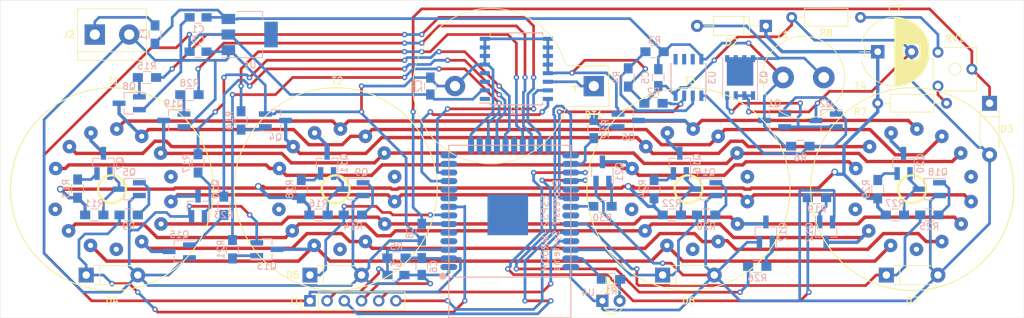
<source format=kicad_pcb>
(kicad_pcb (version 20171130) (host pcbnew 5.1.4-5.1.4)
  (layers (0 F.Cu signal) (31 B.Cu jumper) (34 B.Paste user hide) (35 F.Paste user hide) (36 B.SilkS user) (37 F.SilkS user) (38 B.Mask user hide) (39 F.Mask user hide) (44 Edge.Cuts user))
  (net 0 "")
  (net 1 "Net-(BT1-Pad1)")
  (net 2 GND)
  (net 3 +15V)
  (net 4 +3V3)
  (net 5 EN)
  (net 6 170V)
  (net 7 FB)
  (net 8 "Net-(D1-Pad2)")
  (net 9 "Net-(D2-Pad2)")
  (net 10 ~AN0)
  (net 11 ~AN1)
  (net 12 ~AN2)
  (net 13 ~AN3)
  (net 14 UART_RX)
  (net 15 UART_TX)
  (net 16 IO0)
  (net 17 "Net-(Q1-Pad1)")
  (net 18 "Net-(Q1-Pad2)")
  (net 19 /CAT0)
  (net 20 "Net-(Q5-Pad3)")
  (net 21 /CAT1)
  (net 22 /CAT2)
  (net 23 "Net-(Q11-Pad2)")
  (net 24 /CAT3)
  (net 25 /CAT4)
  (net 26 /CAT5)
  (net 27 "Net-(Q14-Pad3)")
  (net 28 /CAT6)
  (net 29 /CAT7)
  (net 30 "Net-(Q18-Pad3)")
  (net 31 /CAT8)
  (net 32 /CAT9)
  (net 33 PWM)
  (net 34 "Net-(R3-Pad2)")
  (net 35 "Net-(R7-Pad2)")
  (net 36 "Net-(R8-Pad1)")
  (net 37 I2C_SCL)
  (net 38 I2C_SDA)
  (net 39 /A0)
  (net 40 /A1)
  (net 41 /A2)
  (net 42 /A3)
  (net 43 "Net-(Q4-Pad1)")
  (net 44 "Net-(Q5-Pad1)")
  (net 45 "Net-(Q6-Pad1)")
  (net 46 "Net-(Q7-Pad2)")
  (net 47 "Net-(Q8-Pad1)")
  (net 48 "Net-(Q11-Pad1)")
  (net 49 "Net-(Q9-Pad1)")
  (net 50 "Net-(Q10-Pad1)")
  (net 51 "Net-(Q12-Pad1)")
  (net 52 "Net-(Q13-Pad1)")
  (net 53 "Net-(Q14-Pad1)")
  (net 54 "Net-(Q15-Pad1)")
  (net 55 "Net-(Q16-Pad2)")
  (net 56 "Net-(Q17-Pad1)")
  (net 57 "Net-(Q18-Pad1)")
  (net 58 "Net-(Q19-Pad1)")
  (net 59 "Net-(Q20-Pad2)")
  (net 60 "Net-(Q21-Pad1)")
  (net 61 LED_SYNC)
  (net 62 DIG1)
  (net 63 DIG9)
  (net 64 DIG0)
  (net 65 DIG2)
  (net 66 DIG3)
  (net 67 DIG4)
  (net 68 DIG5)
  (net 69 DIG6)
  (net 70 DIG7)
  (net 71 DIG8)
  (net 72 "Net-(F1-Pad1)")
  (module Resistors_SMD:R_0805_HandSoldering (layer B.Cu) (at 114.3 55.88 270)
    (fp_text reference F1 (at 0 1.7 270) (layer B.SilkS) (effects (justify mirror)))
    (fp_text value 100mA)
    (pad 1 smd rect (at -1.35 0 270) (size 1.5 1.3) (layers B.Cu B.Paste B.Mask) (net 72 "Net-(F1-Pad1)"))
    (pad 2 smd rect (at 1.35 0 270) (size 1.5 1.3) (layers B.Cu B.Paste B.Mask) (net 3 +15V))
  )
  (module Housings_SOIC:SOIC-16W_7.5x10.3mm_Pitch1.27mm (layer B.Cu) (at 167.64 60.96)
    (fp_text reference U2 (at 0 6.25) (layer B.SilkS) (effects (justify mirror)))
    (fp_text value DS3231M)
    (pad 16 smd rect (at 4.65 4.445) (size 1.5 0.6) (layers B.Cu B.Paste B.Mask) (net 37 I2C_SCL))
    (pad 15 smd rect (at 4.65 3.175) (size 1.5 0.6) (layers B.Cu B.Paste B.Mask) (net 38 I2C_SDA))
    (pad 14 smd rect (at 4.65 1.905) (size 1.5 0.6) (layers B.Cu B.Paste B.Mask) (net 1 "Net-(BT1-Pad1)"))
    (pad 13 smd rect (at 4.65 0.635) (size 1.5 0.6) (layers B.Cu B.Paste B.Mask) (net 2 GND))
    (pad 12 smd rect (at 4.65 -0.635) (size 1.5 0.6) (layers B.Cu B.Paste B.Mask) (net 2 GND))
    (pad 11 smd rect (at 4.65 -1.905) (size 1.5 0.6) (layers B.Cu B.Paste B.Mask) (net 2 GND))
    (pad 10 smd rect (at 4.65 -3.175) (size 1.5 0.6) (layers B.Cu B.Paste B.Mask) (net 2 GND))
    (pad 9 smd rect (at 4.65 -4.445) (size 1.5 0.6) (layers B.Cu B.Paste B.Mask) (net 2 GND))
    (pad 8 smd rect (at -4.65 -4.445) (size 1.5 0.6) (layers B.Cu B.Paste B.Mask) (net 2 GND))
    (pad 7 smd rect (at -4.65 -3.175) (size 1.5 0.6) (layers B.Cu B.Paste B.Mask) (net 2 GND))
    (pad 6 smd rect (at -4.65 -1.905) (size 1.5 0.6) (layers B.Cu B.Paste B.Mask) (net 2 GND))
    (pad 5 smd rect (at -4.65 -0.635) (size 1.5 0.6) (layers B.Cu B.Paste B.Mask) (net 2 GND))
    (pad 4 smd rect (at -4.65 0.635) (size 1.5 0.6) (layers B.Cu B.Paste B.Mask))
    (pad 3 smd rect (at -4.65 1.905) (size 1.5 0.6) (layers B.Cu B.Paste B.Mask))
    (pad 2 smd rect (at -4.65 3.175) (size 1.5 0.6) (layers B.Cu B.Paste B.Mask) (net 4 +3V3))
    (pad 1 smd rect (at -4.65 4.445) (size 1.5 0.6) (layers B.Cu B.Paste B.Mask))
  )
  (module in18:IN18 (layer F.Cu) (at 226.06 78.74)
    (fp_text reference T4 (at -7.62 -15.24) (layer F.SilkS))
    (fp_text value IN18)
    (pad 14 thru_hole circle (at -8.3185 -3.048) (size 2 2) (drill 0.762) (layers *.Cu *.Mask) (net 32 /CAT9))
    (pad 1 thru_hole circle (at -8.382 2.9845) (size 2 2) (drill 0.762) (layers *.Cu *.Mask))
    (pad 7 thru_hole circle (at 8.6995 1.8415) (size 2 2) (drill 0.762) (layers *.Cu *.Mask) (net 24 /CAT3))
    (pad 8 thru_hole circle (at 8.6995 -1.8415) (size 2 2) (drill 0.762) (layers *.Cu *.Mask))
    (pad 2 thru_hole circle (at -6.4135 6.1595) (size 2 2) (drill 0.762) (layers *.Cu *.Mask) (net 25 /CAT4))
    (pad 3 thru_hole circle (at -3.175 8.3185) (size 2 2) (drill 0.762) (layers *.Cu *.Mask) (net 26 /CAT5))
    (pad 4 thru_hole circle (at 0.635 8.89) (size 2 2) (drill 0.762) (layers *.Cu *.Mask) (net 42 /A3))
    (pad 5 thru_hole circle (at 4.3815 7.747) (size 2 2) (drill 0.762) (layers *.Cu *.Mask) (net 28 /CAT6))
    (pad 6 thru_hole circle (at 7.239 5.1435) (size 2 2) (drill 0.762) (layers *.Cu *.Mask) (net 29 /CAT7))
    (pad 9 thru_hole circle (at 7.1755 -5.334) (size 2 2) (drill 0.762) (layers *.Cu *.Mask) (net 31 /CAT8))
    (pad 10 thru_hole circle (at 4.3815 -7.8105) (size 2 2) (drill 0.762) (layers *.Cu *.Mask) (net 22 /CAT2))
    (pad 11 thru_hole circle (at 0.6985 -8.89) (size 2 2) (drill 0.762) (layers *.Cu *.Mask) (net 21 /CAT1))
    (pad 12 thru_hole circle (at -3.1115 -8.3185) (size 2 2) (drill 0.762) (layers *.Cu *.Mask) (net 42 /A3))
    (pad 13 thru_hole circle (at -6.2865 -6.2865) (size 2 2) (drill 0.762) (layers *.Cu *.Mask) (net 19 /CAT0))
  )
  (module in18:IN18 (layer F.Cu) (at 193.04 78.74)
    (fp_text reference T3 (at 0.254 -16.002) (layer F.SilkS))
    (fp_text value IN18)
    (pad 13 thru_hole circle (at -6.2865 -6.2865) (size 2 2) (drill 0.762) (layers *.Cu *.Mask) (net 19 /CAT0))
    (pad 12 thru_hole circle (at -3.1115 -8.3185) (size 2 2) (drill 0.762) (layers *.Cu *.Mask) (net 41 /A2))
    (pad 11 thru_hole circle (at 0.6985 -8.89) (size 2 2) (drill 0.762) (layers *.Cu *.Mask) (net 21 /CAT1))
    (pad 10 thru_hole circle (at 4.3815 -7.8105) (size 2 2) (drill 0.762) (layers *.Cu *.Mask) (net 22 /CAT2))
    (pad 9 thru_hole circle (at 7.1755 -5.334) (size 2 2) (drill 0.762) (layers *.Cu *.Mask) (net 31 /CAT8))
    (pad 6 thru_hole circle (at 7.239 5.1435) (size 2 2) (drill 0.762) (layers *.Cu *.Mask) (net 29 /CAT7))
    (pad 5 thru_hole circle (at 4.3815 7.747) (size 2 2) (drill 0.762) (layers *.Cu *.Mask) (net 28 /CAT6))
    (pad 4 thru_hole circle (at 0.635 8.89) (size 2 2) (drill 0.762) (layers *.Cu *.Mask) (net 41 /A2))
    (pad 3 thru_hole circle (at -3.175 8.3185) (size 2 2) (drill 0.762) (layers *.Cu *.Mask) (net 26 /CAT5))
    (pad 2 thru_hole circle (at -6.4135 6.1595) (size 2 2) (drill 0.762) (layers *.Cu *.Mask) (net 25 /CAT4))
    (pad 8 thru_hole circle (at 8.6995 -1.8415) (size 2 2) (drill 0.762) (layers *.Cu *.Mask))
    (pad 7 thru_hole circle (at 8.6995 1.8415) (size 2 2) (drill 0.762) (layers *.Cu *.Mask) (net 24 /CAT3))
    (pad 1 thru_hole circle (at -8.382 2.9845) (size 2 2) (drill 0.762) (layers *.Cu *.Mask))
    (pad 14 thru_hole circle (at -8.3185 -3.048) (size 2 2) (drill 0.762) (layers *.Cu *.Mask) (net 32 /CAT9))
  )
  (module in18:IN18 (layer F.Cu) (at 107.95 78.74)
    (fp_text reference T1 (at 0.254 -16.002) (layer F.SilkS))
    (fp_text value IN18)
    (pad 13 thru_hole circle (at -6.2865 -6.2865) (size 2 2) (drill 0.762) (layers *.Cu *.Mask) (net 19 /CAT0))
    (pad 12 thru_hole circle (at -3.1115 -8.3185) (size 2 2) (drill 0.762) (layers *.Cu *.Mask) (net 39 /A0))
    (pad 11 thru_hole circle (at 0.6985 -8.89) (size 2 2) (drill 0.762) (layers *.Cu *.Mask) (net 21 /CAT1))
    (pad 10 thru_hole circle (at 4.3815 -7.8105) (size 2 2) (drill 0.762) (layers *.Cu *.Mask) (net 22 /CAT2))
    (pad 9 thru_hole circle (at 7.1755 -5.334) (size 2 2) (drill 0.762) (layers *.Cu *.Mask) (net 31 /CAT8))
    (pad 6 thru_hole circle (at 7.239 5.1435) (size 2 2) (drill 0.762) (layers *.Cu *.Mask) (net 29 /CAT7))
    (pad 5 thru_hole circle (at 4.3815 7.747) (size 2 2) (drill 0.762) (layers *.Cu *.Mask) (net 28 /CAT6))
    (pad 4 thru_hole circle (at 0.635 8.89) (size 2 2) (drill 0.762) (layers *.Cu *.Mask) (net 39 /A0))
    (pad 3 thru_hole circle (at -3.175 8.3185) (size 2 2) (drill 0.762) (layers *.Cu *.Mask) (net 26 /CAT5))
    (pad 2 thru_hole circle (at -6.4135 6.1595) (size 2 2) (drill 0.762) (layers *.Cu *.Mask) (net 25 /CAT4))
    (pad 8 thru_hole circle (at 8.6995 -1.8415) (size 2 2) (drill 0.762) (layers *.Cu *.Mask))
    (pad 7 thru_hole circle (at 8.6995 1.8415) (size 2 2) (drill 0.762) (layers *.Cu *.Mask) (net 24 /CAT3))
    (pad 1 thru_hole circle (at -8.382 2.9845) (size 2 2) (drill 0.762) (layers *.Cu *.Mask))
    (pad 14 thru_hole circle (at -8.3185 -3.048) (size 2 2) (drill 0.762) (layers *.Cu *.Mask) (net 32 /CAT9))
  )
  (module in18:IN18 (layer F.Cu) (at 140.97 78.74)
    (fp_text reference T2 (at 0.254 -16.002) (layer F.SilkS))
    (fp_text value IN18)
    (pad 14 thru_hole circle (at -8.3185 -3.048) (size 2 2) (drill 0.762) (layers *.Cu *.Mask) (net 32 /CAT9))
    (pad 1 thru_hole circle (at -8.382 2.9845) (size 2 2) (drill 0.762) (layers *.Cu *.Mask))
    (pad 7 thru_hole circle (at 8.6995 1.8415) (size 2 2) (drill 0.762) (layers *.Cu *.Mask) (net 24 /CAT3))
    (pad 8 thru_hole circle (at 8.6995 -1.8415) (size 2 2) (drill 0.762) (layers *.Cu *.Mask))
    (pad 2 thru_hole circle (at -6.4135 6.1595) (size 2 2) (drill 0.762) (layers *.Cu *.Mask) (net 25 /CAT4))
    (pad 3 thru_hole circle (at -3.175 8.3185) (size 2 2) (drill 0.762) (layers *.Cu *.Mask) (net 26 /CAT5))
    (pad 4 thru_hole circle (at 0.635 8.89) (size 2 2) (drill 0.762) (layers *.Cu *.Mask) (net 40 /A1))
    (pad 5 thru_hole circle (at 4.3815 7.747) (size 2 2) (drill 0.762) (layers *.Cu *.Mask) (net 28 /CAT6))
    (pad 6 thru_hole circle (at 7.239 5.1435) (size 2 2) (drill 0.762) (layers *.Cu *.Mask) (net 29 /CAT7))
    (pad 9 thru_hole circle (at 7.1755 -5.334) (size 2 2) (drill 0.762) (layers *.Cu *.Mask) (net 31 /CAT8))
    (pad 10 thru_hole circle (at 4.3815 -7.8105) (size 2 2) (drill 0.762) (layers *.Cu *.Mask) (net 22 /CAT2))
    (pad 11 thru_hole circle (at 0.6985 -8.89) (size 2 2) (drill 0.762) (layers *.Cu *.Mask) (net 21 /CAT1))
    (pad 12 thru_hole circle (at -3.1115 -8.3185) (size 2 2) (drill 0.762) (layers *.Cu *.Mask) (net 40 /A1))
    (pad 13 thru_hole circle (at -6.2865 -6.2865) (size 2 2) (drill 0.762) (layers *.Cu *.Mask) (net 19 /CAT0))
  )
  (module Battery_Holders:Keystone_103_1x20mm-CoinCell (layer F.Cu) (at 179.07 63.5 180)
    (fp_text reference BT1 (at 0 -4.3) (layer F.SilkS))
    (fp_text value CR2032)
    (fp_text user + (at 2.75 0) (layer F.SilkS) (effects (font (size 1.5 1.5))))
    (pad 1 thru_hole rect (at 0 0 180) (size 3 3) (drill 1.5) (layers *.Cu *.Mask) (net 1 "Net-(BT1-Pad1)"))
    (pad 2 thru_hole circle (at 20.49 0 180) (size 3 3) (drill 1.5) (layers *.Cu *.Mask) (net 2 GND))
  )
  (module Capacitors_SMD:C_0805_HandSoldering (layer B.Cu) (at 120.65 53.34)
    (fp_text reference C1 (at 0 1.75) (layer B.SilkS) (effects (justify mirror)))
    (fp_text value 0.1)
    (pad 2 smd rect (at 1.25 0) (size 1.5 1.25) (layers B.Cu B.Paste B.Mask) (net 3 +15V))
    (pad 1 smd rect (at -1.25 0) (size 1.5 1.25) (layers B.Cu B.Paste B.Mask) (net 2 GND))
  )
  (module Capacitors_SMD:C_0805_HandSoldering (layer B.Cu) (at 154.94 63.5 270)
    (fp_text reference C2 (at 0 1.75 90) (layer B.SilkS) (effects (justify mirror)))
    (fp_text value 0.1)
    (pad 2 smd rect (at 1.25 0 270) (size 1.5 1.25) (layers B.Cu B.Paste B.Mask) (net 4 +3V3))
    (pad 1 smd rect (at -1.25 0 270) (size 1.5 1.25) (layers B.Cu B.Paste B.Mask) (net 2 GND))
  )
  (module Capacitors_SMD:C_0805_HandSoldering (layer B.Cu) (at 120.65 58.42 180)
    (fp_text reference C3 (at 0 1.75) (layer B.SilkS) (effects (justify mirror)))
    (fp_text value 0.1)
    (pad 1 smd rect (at -1.25 0 180) (size 1.5 1.25) (layers B.Cu B.Paste B.Mask) (net 2 GND))
    (pad 2 smd rect (at 1.25 0 180) (size 1.5 1.25) (layers B.Cu B.Paste B.Mask) (net 4 +3V3))
  )
  (module Capacitors_SMD:C_0805_HandSoldering (layer B.Cu) (at 149.86 91.44 180)
    (fp_text reference C4 (at 0 1.75) (layer B.SilkS) (effects (justify mirror)))
    (fp_text value 1.0)
    (pad 1 smd rect (at -1.25 0 180) (size 1.5 1.25) (layers B.Cu B.Paste B.Mask) (net 2 GND))
    (pad 2 smd rect (at 1.25 0 180) (size 1.5 1.25) (layers B.Cu B.Paste B.Mask) (net 5 EN))
  )
  (module Capacitors_SMD:C_0805_HandSoldering (layer B.Cu) (at 188.595 62.25 90)
    (fp_text reference C5 (at 0 -1.905 90) (layer B.SilkS) (effects (justify mirror)))
    (fp_text value 0.1)
    (pad 2 smd rect (at 1.25 0 90) (size 1.5 1.25) (layers B.Cu B.Paste B.Mask) (net 3 +15V))
    (pad 1 smd rect (at -1.25 0 90) (size 1.5 1.25) (layers B.Cu B.Paste B.Mask) (net 2 GND))
  )
  (module Capacitors_SMD:C_0805_HandSoldering (layer B.Cu) (at 153.67 90.17 90)
    (fp_text reference C6 (at 0 1.75 90) (layer B.SilkS) (effects (justify mirror)))
    (fp_text value 0.1)
    (pad 1 smd rect (at -1.25 0 90) (size 1.5 1.25) (layers B.Cu B.Paste B.Mask) (net 2 GND))
    (pad 2 smd rect (at 1.25 0 90) (size 1.5 1.25) (layers B.Cu B.Paste B.Mask) (net 4 +3V3))
  )
  (module Capacitors_THT:CP_Radial_D10.0mm_P5.00mm (layer F.Cu) (at 220.98 58.42)
    (fp_text reference C7 (at 2.5 -6.31) (layer F.SilkS))
    (fp_text value 1.0)
    (pad 2 thru_hole circle (at 5 0) (size 2 2) (drill 1) (layers *.Cu *.Mask) (net 2 GND))
    (pad 1 thru_hole rect (at 0 0) (size 2 2) (drill 1) (layers *.Cu *.Mask) (net 6 170V))
  )
  (module Capacitors_SMD:C_0805_HandSoldering (layer B.Cu) (at 153.67 85.11 270)
    (fp_text reference C8 (at 0 1.75 270) (layer B.SilkS) (effects (justify mirror)))
    (fp_text value 0.1)
    (pad 2 smd rect (at 1.25 0 270) (size 1.5 1.25) (layers B.Cu B.Paste B.Mask) (net 2 GND))
    (pad 1 smd rect (at -1.25 0 270) (size 1.5 1.25) (layers B.Cu B.Paste B.Mask) (net 7 FB))
  )
  (module LEDs:LED_D3.0mm_FlatTop (layer F.Cu) (at 180.34 95.25)
    (fp_text reference D1 (at 1.27 -2.96) (layer F.SilkS))
    (fp_text value LED)
    (pad 2 thru_hole circle (at 2.54 0) (size 1.8 1.8) (drill 0.9) (layers *.Cu *.Mask) (net 8 "Net-(D1-Pad2)"))
    (pad 1 thru_hole rect (at 0 0) (size 1.8 1.8) (drill 0.9) (layers *.Cu *.Mask) (net 2 GND))
  )
  (module Diodes_THT:D_A-405_P10.16mm_Horizontal (layer F.Cu) (at 204.47 54.61 180)
    (fp_text reference D2 (at 5.08 -2.41) (layer F.SilkS))
    (fp_text value FR203)
    (pad 2 thru_hole oval (at 10.16 0 180) (size 1.8 1.8) (drill 0.9) (layers *.Cu *.Mask) (net 9 "Net-(D2-Pad2)"))
    (pad 1 thru_hole rect (at 0 0 180) (size 1.8 1.8) (drill 0.9) (layers *.Cu *.Mask) (net 6 170V))
  )
  (module Diodes_THT:D_DO-41_SOD81_P7.62mm_Horizontal (layer F.Cu) (at 237.49 66.04 270)
    (fp_text reference D3 (at 3.81 -2.54 180) (layer F.SilkS))
    (fp_text value 3v3)
    (pad 2 thru_hole oval (at 7.62 0 270) (size 2.2 2.2) (drill 1.1) (layers *.Cu *.Mask) (net 2 GND))
    (pad 1 thru_hole rect (at 0 0 270) (size 2.2 2.2) (drill 1.1) (layers *.Cu *.Mask) (net 7 FB))
  )
  (module Diodes_THT:D_DO-41_SOD81_P7.62mm_Horizontal (layer F.Cu) (at 104.14 91.44)
    (fp_text reference D4 (at 3.81 3.81) (layer F.SilkS))
    (fp_text value 3v3)
    (pad 1 thru_hole rect (at 0 0) (size 2.2 2.2) (drill 1.1) (layers *.Cu *.Mask) (net 10 ~AN0))
    (pad 2 thru_hole oval (at 7.62 0) (size 2.2 2.2) (drill 1.1) (layers *.Cu *.Mask) (net 2 GND))
  )
  (module Diodes_THT:D_DO-41_SOD81_P7.62mm_Horizontal (layer F.Cu) (at 137.16 91.44)
    (fp_text reference D5 (at -2.54 0) (layer F.SilkS))
    (fp_text value 3v3)
    (pad 2 thru_hole oval (at 7.62 0) (size 2.2 2.2) (drill 1.1) (layers *.Cu *.Mask) (net 2 GND))
    (pad 1 thru_hole rect (at 0 0) (size 2.2 2.2) (drill 1.1) (layers *.Cu *.Mask) (net 11 ~AN1))
  )
  (module Diodes_THT:D_DO-41_SOD81_P7.62mm_Horizontal (layer F.Cu) (at 189.23 91.44)
    (fp_text reference D6 (at 3.81 3.81) (layer F.SilkS))
    (fp_text value 3v3)
    (pad 1 thru_hole rect (at 0 0) (size 2.2 2.2) (drill 1.1) (layers *.Cu *.Mask) (net 12 ~AN2))
    (pad 2 thru_hole oval (at 7.62 0) (size 2.2 2.2) (drill 1.1) (layers *.Cu *.Mask) (net 2 GND))
  )
  (module Diodes_THT:D_DO-41_SOD81_P7.62mm_Horizontal (layer F.Cu) (at 222.25 91.44)
    (fp_text reference D7 (at 3.81 3.81) (layer F.SilkS))
    (fp_text value 3v3)
    (pad 2 thru_hole oval (at 7.62 0) (size 2.2 2.2) (drill 1.1) (layers *.Cu *.Mask) (net 2 GND))
    (pad 1 thru_hole rect (at 0 0) (size 2.2 2.2) (drill 1.1) (layers *.Cu *.Mask) (net 13 ~AN3))
  )
  (module Connectors_Terminal_Blocks:TerminalBlock_bornier-2_P5.08mm (layer F.Cu) (at 105.41 55.88)
    (fp_text reference J2 (at -3.81 0) (layer F.SilkS))
    (fp_text value POWER)
    (pad 2 thru_hole circle (at 5.08 0) (size 3 3) (drill 1.52) (layers *.Cu *.Mask) (net 2 GND))
    (pad 1 thru_hole rect (at 0 0) (size 3 3) (drill 1.52) (layers *.Cu *.Mask) (net 72 "Net-(F1-Pad1)"))
  )
  (module Inductors_THT:L_Radial_D12.0mm_P6.00mm_MuRATA_1900R (layer F.Cu) (at 207.01 62.23)
    (fp_text reference L1 (at 0 -6.35) (layer F.SilkS))
    (fp_text value 1.5mH)
    (pad 2 thru_hole circle (at 6 0) (size 3.2 3.2) (drill 1.6) (layers *.Cu *.Mask) (net 9 "Net-(D2-Pad2)"))
    (pad 1 thru_hole circle (at 0 0) (size 3.2 3.2) (drill 1.6) (layers *.Cu *.Mask) (net 3 +15V))
  )
  (module TO_SOT_Packages_SMD:SOT-23_Handsoldering (layer B.Cu) (at 205.74 68.58 180)
    (fp_text reference Q1 (at 0 2.5 180) (layer B.SilkS) (effects (justify mirror)))
    (fp_text value BC848)
    (pad 1 smd rect (at -1.5 0.95 180) (size 1.9 0.8) (layers B.Cu B.Paste B.Mask) (net 17 "Net-(Q1-Pad1)"))
    (pad 2 smd rect (at -1.5 -0.95 180) (size 1.9 0.8) (layers B.Cu B.Paste B.Mask) (net 18 "Net-(Q1-Pad2)"))
    (pad 3 smd rect (at 1.5 0 180) (size 1.9 0.8) (layers B.Cu B.Paste B.Mask) (net 3 +15V))
  )
  (module TO_SOT_Packages_SMD:SOT-23_Handsoldering (layer B.Cu) (at 213.36 68.58 180)
    (fp_text reference Q2 (at 0 2.5) (layer B.SilkS) (effects (justify mirror)))
    (fp_text value BC858)
    (pad 1 smd rect (at -1.5 0.95 180) (size 1.9 0.8) (layers B.Cu B.Paste B.Mask) (net 17 "Net-(Q1-Pad1)"))
    (pad 2 smd rect (at -1.5 -0.95 180) (size 1.9 0.8) (layers B.Cu B.Paste B.Mask) (net 18 "Net-(Q1-Pad2)"))
    (pad 3 smd rect (at 1.5 0 180) (size 1.9 0.8) (layers B.Cu B.Paste B.Mask) (net 2 GND))
  )
  (module TO_SOT_Packages_SMD:SOT-23_Handsoldering (layer B.Cu) (at 132.08 68.58)
    (fp_text reference Q4 (at 0 2.5) (layer B.SilkS) (effects (justify mirror)))
    (fp_text value MMBTA42)
    (pad 3 smd rect (at 1.5 0) (size 1.9 0.8) (layers B.Cu B.Paste B.Mask) (net 19 /CAT0))
    (pad 2 smd rect (at -1.5 -0.95) (size 1.9 0.8) (layers B.Cu B.Paste B.Mask) (net 2 GND))
    (pad 1 smd rect (at -1.5 0.95) (size 1.9 0.8) (layers B.Cu B.Paste B.Mask) (net 43 "Net-(Q4-Pad1)"))
  )
  (module TO_SOT_Packages_SMD:SOT-23_Handsoldering (layer B.Cu) (at 110.49 78.74 180)
    (fp_text reference Q5 (at 0 2.5) (layer B.SilkS) (effects (justify mirror)))
    (fp_text value MMBTA42)
    (pad 3 smd rect (at 1.5 0 180) (size 1.9 0.8) (layers B.Cu B.Paste B.Mask) (net 20 "Net-(Q5-Pad3)"))
    (pad 2 smd rect (at -1.5 -0.95 180) (size 1.9 0.8) (layers B.Cu B.Paste B.Mask) (net 2 GND))
    (pad 1 smd rect (at -1.5 0.95 180) (size 1.9 0.8) (layers B.Cu B.Paste B.Mask) (net 44 "Net-(Q5-Pad1)"))
  )
  (module TO_SOT_Packages_SMD:SOT-23_Handsoldering (layer B.Cu) (at 184.15 68.58)
    (fp_text reference Q6 (at 0 2.5) (layer B.SilkS) (effects (justify mirror)))
    (fp_text value MMBTA42)
    (pad 1 smd rect (at -1.5 0.95) (size 1.9 0.8) (layers B.Cu B.Paste B.Mask) (net 45 "Net-(Q6-Pad1)"))
    (pad 2 smd rect (at -1.5 -0.95) (size 1.9 0.8) (layers B.Cu B.Paste B.Mask) (net 2 GND))
    (pad 3 smd rect (at 1.5 0) (size 1.9 0.8) (layers B.Cu B.Paste B.Mask) (net 21 /CAT1))
  )
  (module TO_SOT_Packages_SMD:SOT-23_Handsoldering (layer B.Cu) (at 106.68 74.93 90)
    (fp_text reference Q7 (at 0 2.5 90) (layer B.SilkS) (effects (justify mirror)))
    (fp_text value MMBTA42)
    (pad 1 smd rect (at -1.5 0.95 90) (size 1.9 0.8) (layers B.Cu B.Paste B.Mask) (net 20 "Net-(Q5-Pad3)"))
    (pad 2 smd rect (at -1.5 -0.95 90) (size 1.9 0.8) (layers B.Cu B.Paste B.Mask) (net 46 "Net-(Q7-Pad2)"))
    (pad 3 smd rect (at 1.5 0 90) (size 1.9 0.8) (layers B.Cu B.Paste B.Mask) (net 39 /A0))
  )
  (module TO_SOT_Packages_SMD:SOT-23_Handsoldering (layer B.Cu) (at 110.49 66.04 180)
    (fp_text reference Q8 (at 0 2.5) (layer B.SilkS) (effects (justify mirror)))
    (fp_text value MMBTA42)
    (pad 3 smd rect (at 1.5 0 180) (size 1.9 0.8) (layers B.Cu B.Paste B.Mask) (net 22 /CAT2))
    (pad 2 smd rect (at -1.5 -0.95 180) (size 1.9 0.8) (layers B.Cu B.Paste B.Mask) (net 2 GND))
    (pad 1 smd rect (at -1.5 0.95 180) (size 1.9 0.8) (layers B.Cu B.Paste B.Mask) (net 47 "Net-(Q8-Pad1)"))
  )
  (module TO_SOT_Packages_SMD:SOT-23_Handsoldering (layer B.Cu) (at 143.51 78.74 180)
    (fp_text reference Q9 (at -1.27 2.5 180) (layer B.SilkS) (effects (justify mirror)))
    (fp_text value MMBTA42)
    (pad 3 smd rect (at 1.5 0 180) (size 1.9 0.8) (layers B.Cu B.Paste B.Mask) (net 48 "Net-(Q11-Pad1)"))
    (pad 2 smd rect (at -1.5 -0.95 180) (size 1.9 0.8) (layers B.Cu B.Paste B.Mask) (net 2 GND))
    (pad 1 smd rect (at -1.5 0.95 180) (size 1.9 0.8) (layers B.Cu B.Paste B.Mask) (net 49 "Net-(Q9-Pad1)"))
  )
  (module TO_SOT_Packages_SMD:SOT-23_Handsoldering (layer B.Cu) (at 120.65 81.28 90)
    (fp_text reference Q10 (at 2.54 2.54 270) (layer B.SilkS) (effects (justify mirror)))
    (fp_text value MMBTA42)
    (pad 1 smd rect (at -1.5 0.95 90) (size 1.9 0.8) (layers B.Cu B.Paste B.Mask) (net 50 "Net-(Q10-Pad1)"))
    (pad 2 smd rect (at -1.5 -0.95 90) (size 1.9 0.8) (layers B.Cu B.Paste B.Mask) (net 2 GND))
    (pad 3 smd rect (at 1.5 0 90) (size 1.9 0.8) (layers B.Cu B.Paste B.Mask) (net 24 /CAT3))
  )
  (module TO_SOT_Packages_SMD:SOT-23_Handsoldering (layer B.Cu) (at 139.7 74.93 90)
    (fp_text reference Q11 (at 0 2.5 90) (layer B.SilkS) (effects (justify mirror)))
    (fp_text value MMBTA42)
    (pad 3 smd rect (at 1.5 0 90) (size 1.9 0.8) (layers B.Cu B.Paste B.Mask) (net 40 /A1))
    (pad 2 smd rect (at -1.5 -0.95 90) (size 1.9 0.8) (layers B.Cu B.Paste B.Mask) (net 23 "Net-(Q11-Pad2)"))
    (pad 1 smd rect (at -1.5 0.95 90) (size 1.9 0.8) (layers B.Cu B.Paste B.Mask) (net 48 "Net-(Q11-Pad1)"))
  )
  (module TO_SOT_Packages_SMD:SOT-23_Handsoldering (layer B.Cu) (at 213.36 85.09 270)
    (fp_text reference Q12 (at 0 2.5 90) (layer B.SilkS) (effects (justify mirror)))
    (fp_text value MMBTA42)
    (pad 3 smd rect (at 1.5 0 270) (size 1.9 0.8) (layers B.Cu B.Paste B.Mask) (net 25 /CAT4))
    (pad 2 smd rect (at -1.5 -0.95 270) (size 1.9 0.8) (layers B.Cu B.Paste B.Mask) (net 2 GND))
    (pad 1 smd rect (at -1.5 0.95 270) (size 1.9 0.8) (layers B.Cu B.Paste B.Mask) (net 51 "Net-(Q12-Pad1)"))
  )
  (module TO_SOT_Packages_SMD:SOT-23_Handsoldering (layer B.Cu) (at 130.81 87.63)
    (fp_text reference Q13 (at 0 2.5) (layer B.SilkS) (effects (justify mirror)))
    (fp_text value MMBTA42)
    (pad 1 smd rect (at -1.5 0.95) (size 1.9 0.8) (layers B.Cu B.Paste B.Mask) (net 52 "Net-(Q13-Pad1)"))
    (pad 2 smd rect (at -1.5 -0.95) (size 1.9 0.8) (layers B.Cu B.Paste B.Mask) (net 2 GND))
    (pad 3 smd rect (at 1.5 0) (size 1.9 0.8) (layers B.Cu B.Paste B.Mask) (net 26 /CAT5))
  )
  (module TO_SOT_Packages_SMD:SOT-23_Handsoldering (layer B.Cu) (at 195.58 78.74 180)
    (fp_text reference Q14 (at 0 2.5 180) (layer B.SilkS) (effects (justify mirror)))
    (fp_text value MMBTA42)
    (pad 1 smd rect (at -1.5 0.95 180) (size 1.9 0.8) (layers B.Cu B.Paste B.Mask) (net 53 "Net-(Q14-Pad1)"))
    (pad 2 smd rect (at -1.5 -0.95 180) (size 1.9 0.8) (layers B.Cu B.Paste B.Mask) (net 2 GND))
    (pad 3 smd rect (at 1.5 0 180) (size 1.9 0.8) (layers B.Cu B.Paste B.Mask) (net 27 "Net-(Q14-Pad3)"))
  )
  (module TO_SOT_Packages_SMD:SOT-23_Handsoldering (layer B.Cu) (at 117.88 87.95 180)
    (fp_text reference Q15 (at 0 2.5 180) (layer B.SilkS) (effects (justify mirror)))
    (fp_text value MMBTA42)
    (pad 3 smd rect (at 1.5 0 180) (size 1.9 0.8) (layers B.Cu B.Paste B.Mask) (net 28 /CAT6))
    (pad 2 smd rect (at -1.5 -0.95 180) (size 1.9 0.8) (layers B.Cu B.Paste B.Mask) (net 2 GND))
    (pad 1 smd rect (at -1.5 0.95 180) (size 1.9 0.8) (layers B.Cu B.Paste B.Mask) (net 54 "Net-(Q15-Pad1)"))
  )
  (module TO_SOT_Packages_SMD:SOT-23_Handsoldering (layer B.Cu) (at 191.77 74.93 90)
    (fp_text reference Q16 (at 0 2.5 90) (layer B.SilkS) (effects (justify mirror)))
    (fp_text value MMBTA42)
    (pad 3 smd rect (at 1.5 0 90) (size 1.9 0.8) (layers B.Cu B.Paste B.Mask) (net 41 /A2))
    (pad 2 smd rect (at -1.5 -0.95 90) (size 1.9 0.8) (layers B.Cu B.Paste B.Mask) (net 55 "Net-(Q16-Pad2)"))
    (pad 1 smd rect (at -1.5 0.95 90) (size 1.9 0.8) (layers B.Cu B.Paste B.Mask) (net 27 "Net-(Q14-Pad3)"))
  )
  (module TO_SOT_Packages_SMD:SOT-23_Handsoldering (layer B.Cu) (at 204.47 85.09 90)
    (fp_text reference Q17 (at 0 2.5 270) (layer B.SilkS) (effects (justify mirror)))
    (fp_text value MMBTA42)
    (pad 1 smd rect (at -1.5 0.95 90) (size 1.9 0.8) (layers B.Cu B.Paste B.Mask) (net 56 "Net-(Q17-Pad1)"))
    (pad 2 smd rect (at -1.5 -0.95 90) (size 1.9 0.8) (layers B.Cu B.Paste B.Mask) (net 2 GND))
    (pad 3 smd rect (at 1.5 0 90) (size 1.9 0.8) (layers B.Cu B.Paste B.Mask) (net 29 /CAT7))
  )
  (module TO_SOT_Packages_SMD:SOT-23_Handsoldering (layer B.Cu) (at 228.6 78.74 180)
    (fp_text reference Q18 (at -1.27 2.54 180) (layer B.SilkS) (effects (justify mirror)))
    (fp_text value MMBTA42)
    (pad 3 smd rect (at 1.5 0 180) (size 1.9 0.8) (layers B.Cu B.Paste B.Mask) (net 30 "Net-(Q18-Pad3)"))
    (pad 2 smd rect (at -1.5 -0.95 180) (size 1.9 0.8) (layers B.Cu B.Paste B.Mask) (net 2 GND))
    (pad 1 smd rect (at -1.5 0.95 180) (size 1.9 0.8) (layers B.Cu B.Paste B.Mask) (net 57 "Net-(Q18-Pad1)"))
  )
  (module TO_SOT_Packages_SMD:SOT-23_Handsoldering (layer B.Cu) (at 117.07 68.58 180)
    (fp_text reference Q19 (at 0 2.5) (layer B.SilkS) (effects (justify mirror)))
    (fp_text value MMBTA42)
    (pad 3 smd rect (at 1.5 0 180) (size 1.9 0.8) (layers B.Cu B.Paste B.Mask) (net 31 /CAT8))
    (pad 2 smd rect (at -1.5 -0.95 180) (size 1.9 0.8) (layers B.Cu B.Paste B.Mask) (net 2 GND))
    (pad 1 smd rect (at -1.5 0.95 180) (size 1.9 0.8) (layers B.Cu B.Paste B.Mask) (net 58 "Net-(Q19-Pad1)"))
  )
  (module TO_SOT_Packages_SMD:SOT-23_Handsoldering (layer B.Cu) (at 224.79 74.93 90)
    (fp_text reference Q20 (at 0 2.5 90) (layer B.SilkS) (effects (justify mirror)))
    (fp_text value MMBTA42)
    (pad 1 smd rect (at -1.5 0.95 90) (size 1.9 0.8) (layers B.Cu B.Paste B.Mask) (net 30 "Net-(Q18-Pad3)"))
    (pad 2 smd rect (at -1.5 -0.95 90) (size 1.9 0.8) (layers B.Cu B.Paste B.Mask) (net 59 "Net-(Q20-Pad2)"))
    (pad 3 smd rect (at 1.5 0 90) (size 1.9 0.8) (layers B.Cu B.Paste B.Mask) (net 42 /A3))
  )
  (module TO_SOT_Packages_SMD:SOT-23_Handsoldering (layer B.Cu) (at 180.34 76.2 90)
    (fp_text reference Q21 (at 0 2.5 90) (layer B.SilkS) (effects (justify mirror)))
    (fp_text value MMBTA42)
    (pad 1 smd rect (at -1.5 0.95 90) (size 1.9 0.8) (layers B.Cu B.Paste B.Mask) (net 60 "Net-(Q21-Pad1)"))
    (pad 2 smd rect (at -1.5 -0.95 90) (size 1.9 0.8) (layers B.Cu B.Paste B.Mask) (net 2 GND))
    (pad 3 smd rect (at 1.5 0 90) (size 1.9 0.8) (layers B.Cu B.Paste B.Mask) (net 32 /CAT9))
  )
  (module Resistors_SMD:R_0805_HandSoldering (layer B.Cu) (at 181.61 92.075)
    (fp_text reference R1 (at 0 1.7) (layer B.SilkS) (effects (justify mirror)))
    (fp_text value 200)
    (pad 2 smd rect (at 1.35 0) (size 1.5 1.3) (layers B.Cu B.Paste B.Mask) (net 8 "Net-(D1-Pad2)"))
    (pad 1 smd rect (at -1.35 0) (size 1.5 1.3) (layers B.Cu B.Paste B.Mask) (net 61 LED_SYNC))
  )
  (module Resistors_SMD:R_0805_HandSoldering (layer B.Cu) (at 187.88 66.04 180)
    (fp_text reference R2 (at 0 1.7) (layer B.SilkS) (effects (justify mirror)))
    (fp_text value 10k)
    (pad 2 smd rect (at 1.35 0 180) (size 1.5 1.3) (layers B.Cu B.Paste B.Mask) (net 2 GND))
    (pad 1 smd rect (at -1.35 0 180) (size 1.5 1.3) (layers B.Cu B.Paste B.Mask) (net 33 PWM))
  )
  (module Resistors_SMD:R_0805_HandSoldering (layer B.Cu) (at 188.04 58.42 180)
    (fp_text reference R3 (at 0 1.7) (layer B.SilkS) (effects (justify mirror)))
    (fp_text value 10k)
    (pad 2 smd rect (at 1.35 0 180) (size 1.5 1.3) (layers B.Cu B.Paste B.Mask) (net 34 "Net-(R3-Pad2)"))
    (pad 1 smd rect (at -1.35 0 180) (size 1.5 1.3) (layers B.Cu B.Paste B.Mask) (net 3 +15V))
  )
  (module Resistors_SMD:R_0805_HandSoldering (layer B.Cu) (at 184.15 62.23 270)
    (fp_text reference R4 (at 0 1.7 90) (layer B.SilkS) (effects (justify mirror)))
    (fp_text value 1k)
    (pad 1 smd rect (at -1.35 0 270) (size 1.5 1.3) (layers B.Cu B.Paste B.Mask) (net 34 "Net-(R3-Pad2)"))
    (pad 2 smd rect (at 1.35 0 270) (size 1.5 1.3) (layers B.Cu B.Paste B.Mask) (net 2 GND))
  )
  (module Resistors_SMD:R_0805_HandSoldering (layer B.Cu) (at 149.94 88.9 180)
    (fp_text reference R5 (at 0 1.7) (layer B.SilkS) (effects (justify mirror)))
    (fp_text value 10k)
    (pad 1 smd rect (at -1.35 0 180) (size 1.5 1.3) (layers B.Cu B.Paste B.Mask) (net 4 +3V3))
    (pad 2 smd rect (at 1.35 0 180) (size 1.5 1.3) (layers B.Cu B.Paste B.Mask) (net 5 EN))
  )
  (module Resistors_SMD:R_0805_HandSoldering (layer B.Cu) (at 209.55 72.39)
    (fp_text reference R6 (at 0 1.7) (layer B.SilkS) (effects (justify mirror)))
    (fp_text value 3k3)
    (pad 2 smd rect (at 1.35 0) (size 1.5 1.3) (layers B.Cu B.Paste B.Mask) (net 17 "Net-(Q1-Pad1)"))
    (pad 1 smd rect (at -1.35 0) (size 1.5 1.3) (layers B.Cu B.Paste B.Mask) (net 3 +15V))
  )
  (module Resistors_THT:R_Axial_DIN0207_L6.3mm_D2.5mm_P10.16mm_Horizontal (layer F.Cu) (at 220.98 66.04)
    (fp_text reference R7 (at -2.54 1.27) (layer F.SilkS))
    (fp_text value 330k)
    (pad 1 thru_hole circle (at 0 0) (size 1.6 1.6) (drill 0.8) (layers *.Cu *.Mask) (net 6 170V))
    (pad 2 thru_hole oval (at 10.16 0) (size 1.6 1.6) (drill 0.8) (layers *.Cu *.Mask) (net 35 "Net-(R7-Pad2)"))
  )
  (module Resistors_THT:R_Axial_DIN0207_L6.3mm_D2.5mm_P10.16mm_Horizontal (layer F.Cu) (at 218.44 53.34 180)
    (fp_text reference R8 (at 5.08 -2.31) (layer F.SilkS))
    (fp_text value 1k)
    (pad 2 thru_hole oval (at 10.16 0 180) (size 1.6 1.6) (drill 0.8) (layers *.Cu *.Mask) (net 2 GND))
    (pad 1 thru_hole circle (at 0 0 180) (size 1.6 1.6) (drill 0.8) (layers *.Cu *.Mask) (net 36 "Net-(R8-Pad1)"))
  )
  (module Resistors_SMD:R_0805_HandSoldering (layer B.Cu) (at 110.41 82.55)
    (fp_text reference R9 (at 0 1.7) (layer B.SilkS) (effects (justify mirror)))
    (fp_text value 8k2)
    (pad 1 smd rect (at -1.35 0) (size 1.5 1.3) (layers B.Cu B.Paste B.Mask) (net 10 ~AN0))
    (pad 2 smd rect (at 1.35 0) (size 1.5 1.3) (layers B.Cu B.Paste B.Mask) (net 44 "Net-(Q5-Pad1)"))
  )
  (module Resistors_SMD:R_0805_HandSoldering (layer B.Cu) (at 127 68.58 270)
    (fp_text reference R10 (at 0 1.7 90) (layer B.SilkS) (effects (justify mirror)))
    (fp_text value 8k2)
    (pad 1 smd rect (at -1.35 0 270) (size 1.5 1.3) (layers B.Cu B.Paste B.Mask) (net 64 DIG0))
    (pad 2 smd rect (at 1.35 0 270) (size 1.5 1.3) (layers B.Cu B.Paste B.Mask) (net 43 "Net-(Q4-Pad1)"))
  )
  (module Resistors_SMD:R_0805_HandSoldering (layer B.Cu) (at 105.33 82.55 180)
    (fp_text reference R11 (at 0 1.7) (layer B.SilkS) (effects (justify mirror)))
    (fp_text value 200k)
    (pad 1 smd rect (at -1.35 0 180) (size 1.5 1.3) (layers B.Cu B.Paste B.Mask) (net 20 "Net-(Q5-Pad3)"))
    (pad 2 smd rect (at 1.35 0 180) (size 1.5 1.3) (layers B.Cu B.Paste B.Mask) (net 6 170V))
  )
  (module Resistors_SMD:R_0805_HandSoldering (layer B.Cu) (at 179.07 69.85 90)
    (fp_text reference R12 (at 0 1.7 90) (layer B.SilkS) (effects (justify mirror)))
    (fp_text value 8k2)
    (pad 2 smd rect (at 1.35 0 90) (size 1.5 1.3) (layers B.Cu B.Paste B.Mask) (net 45 "Net-(Q6-Pad1)"))
    (pad 1 smd rect (at -1.35 0 90) (size 1.5 1.3) (layers B.Cu B.Paste B.Mask) (net 62 DIG1))
  )
  (module Resistors_SMD:R_0805_HandSoldering (layer B.Cu) (at 102.87 78.66 270)
    (fp_text reference R13 (at 0 1.7 90) (layer B.SilkS) (effects (justify mirror)))
    (fp_text value 27k)
    (pad 2 smd rect (at 1.35 0 270) (size 1.5 1.3) (layers B.Cu B.Paste B.Mask) (net 6 170V))
    (pad 1 smd rect (at -1.35 0 270) (size 1.5 1.3) (layers B.Cu B.Paste B.Mask) (net 46 "Net-(Q7-Pad2)"))
  )
  (module Resistors_SMD:R_0805_HandSoldering (layer B.Cu) (at 143.51 82.55)
    (fp_text reference R14 (at 0 1.7 180) (layer B.SilkS) (effects (justify mirror)))
    (fp_text value 8k2)
    (pad 2 smd rect (at 1.35 0) (size 1.5 1.3) (layers B.Cu B.Paste B.Mask) (net 49 "Net-(Q9-Pad1)"))
    (pad 1 smd rect (at -1.35 0) (size 1.5 1.3) (layers B.Cu B.Paste B.Mask) (net 11 ~AN1))
  )
  (module Resistors_SMD:R_0805_HandSoldering (layer B.Cu) (at 113.11 62.23 180)
    (fp_text reference R15 (at 0 1.7) (layer B.SilkS) (effects (justify mirror)))
    (fp_text value 8k2)
    (pad 1 smd rect (at -1.35 0 180) (size 1.5 1.3) (layers B.Cu B.Paste B.Mask) (net 65 DIG2))
    (pad 2 smd rect (at 1.35 0 180) (size 1.5 1.3) (layers B.Cu B.Paste B.Mask) (net 47 "Net-(Q8-Pad1)"))
  )
  (module Resistors_SMD:R_0805_HandSoldering (layer B.Cu) (at 138.43 82.55 180)
    (fp_text reference R16 (at 0 1.7) (layer B.SilkS) (effects (justify mirror)))
    (fp_text value 200k)
    (pad 1 smd rect (at -1.35 0 180) (size 1.5 1.3) (layers B.Cu B.Paste B.Mask) (net 48 "Net-(Q11-Pad1)"))
    (pad 2 smd rect (at 1.35 0 180) (size 1.5 1.3) (layers B.Cu B.Paste B.Mask) (net 6 170V))
  )
  (module Resistors_SMD:R_0805_HandSoldering (layer B.Cu) (at 120.65 74.93 270)
    (fp_text reference R17 (at 0 1.7 90) (layer B.SilkS) (effects (justify mirror)))
    (fp_text value 8k2)
    (pad 1 smd rect (at -1.35 0 270) (size 1.5 1.3) (layers B.Cu B.Paste B.Mask) (net 66 DIG3))
    (pad 2 smd rect (at 1.35 0 270) (size 1.5 1.3) (layers B.Cu B.Paste B.Mask) (net 50 "Net-(Q10-Pad1)"))
  )
  (module Resistors_SMD:R_0805_HandSoldering (layer B.Cu) (at 135.89 78.74 270)
    (fp_text reference R18 (at 0 1.7 90) (layer B.SilkS) (effects (justify mirror)))
    (fp_text value 27k)
    (pad 1 smd rect (at -1.35 0 270) (size 1.5 1.3) (layers B.Cu B.Paste B.Mask) (net 23 "Net-(Q11-Pad2)"))
    (pad 2 smd rect (at 1.35 0 270) (size 1.5 1.3) (layers B.Cu B.Paste B.Mask) (net 6 170V))
  )
  (module Resistors_SMD:R_0805_HandSoldering (layer B.Cu) (at 212.01 80.01)
    (fp_text reference R19 (at 0 1.7) (layer B.SilkS) (effects (justify mirror)))
    (fp_text value 8k2)
    (pad 2 smd rect (at 1.35 0) (size 1.5 1.3) (layers B.Cu B.Paste B.Mask) (net 51 "Net-(Q12-Pad1)"))
    (pad 1 smd rect (at -1.35 0) (size 1.5 1.3) (layers B.Cu B.Paste B.Mask) (net 67 DIG4))
  )
  (module Resistors_SMD:R_0805_HandSoldering (layer B.Cu) (at 195.66 82.55)
    (fp_text reference R20 (at 0 1.7 180) (layer B.SilkS) (effects (justify mirror)))
    (fp_text value 8k2)
    (pad 2 smd rect (at 1.35 0) (size 1.5 1.3) (layers B.Cu B.Paste B.Mask) (net 53 "Net-(Q14-Pad1)"))
    (pad 1 smd rect (at -1.35 0) (size 1.5 1.3) (layers B.Cu B.Paste B.Mask) (net 12 ~AN2))
  )
  (module Resistors_SMD:R_0805_HandSoldering (layer B.Cu) (at 125.73 87.63 270)
    (fp_text reference R21 (at 0 1.7 90) (layer B.SilkS) (effects (justify mirror)))
    (fp_text value 8k2)
    (pad 1 smd rect (at -1.35 0 270) (size 1.5 1.3) (layers B.Cu B.Paste B.Mask) (net 68 DIG5))
    (pad 2 smd rect (at 1.35 0 270) (size 1.5 1.3) (layers B.Cu B.Paste B.Mask) (net 52 "Net-(Q13-Pad1)"))
  )
  (module Resistors_SMD:R_0805_HandSoldering (layer B.Cu) (at 190.58 82.55 180)
    (fp_text reference R22 (at 0 1.7) (layer B.SilkS) (effects (justify mirror)))
    (fp_text value 200k)
    (pad 1 smd rect (at -1.35 0 180) (size 1.5 1.3) (layers B.Cu B.Paste B.Mask) (net 27 "Net-(Q14-Pad3)"))
    (pad 2 smd rect (at 1.35 0 180) (size 1.5 1.3) (layers B.Cu B.Paste B.Mask) (net 6 170V))
  )
  (module Resistors_SMD:R_0805_HandSoldering (layer B.Cu) (at 124.46 81.2 270)
    (fp_text reference R23 (at 1.35 0 180) (layer B.SilkS) (effects (justify mirror)))
    (fp_text value 8k2)
    (pad 2 smd rect (at 1.35 0 270) (size 1.5 1.3) (layers B.Cu B.Paste B.Mask) (net 54 "Net-(Q15-Pad1)"))
    (pad 1 smd rect (at -1.35 0 270) (size 1.5 1.3) (layers B.Cu B.Paste B.Mask) (net 69 DIG6))
  )
  (module Resistors_SMD:R_0805_HandSoldering (layer B.Cu) (at 187.96 78.74 270)
    (fp_text reference R24 (at 0 1.7 90) (layer B.SilkS) (effects (justify mirror)))
    (fp_text value 27k)
    (pad 1 smd rect (at -1.35 0 270) (size 1.5 1.3) (layers B.Cu B.Paste B.Mask) (net 55 "Net-(Q16-Pad2)"))
    (pad 2 smd rect (at 1.35 0 270) (size 1.5 1.3) (layers B.Cu B.Paste B.Mask) (net 6 170V))
  )
  (module Resistors_SMD:R_0805_HandSoldering (layer B.Cu) (at 228.6 82.55)
    (fp_text reference R25 (at 0 1.7 180) (layer B.SilkS) (effects (justify mirror)))
    (fp_text value 8k2)
    (pad 1 smd rect (at -1.35 0) (size 1.5 1.3) (layers B.Cu B.Paste B.Mask) (net 13 ~AN3))
    (pad 2 smd rect (at 1.35 0) (size 1.5 1.3) (layers B.Cu B.Paste B.Mask) (net 57 "Net-(Q18-Pad1)"))
  )
  (module Resistors_SMD:R_0805_HandSoldering (layer B.Cu) (at 203.2 90.17)
    (fp_text reference R26 (at 0 1.7) (layer B.SilkS) (effects (justify mirror)))
    (fp_text value 8k2)
    (pad 1 smd rect (at -1.35 0) (size 1.5 1.3) (layers B.Cu B.Paste B.Mask) (net 70 DIG7))
    (pad 2 smd rect (at 1.35 0) (size 1.5 1.3) (layers B.Cu B.Paste B.Mask) (net 56 "Net-(Q17-Pad1)"))
  )
  (module Resistors_SMD:R_0805_HandSoldering (layer B.Cu) (at 223.52 82.55 180)
    (fp_text reference R27 (at 0 1.7) (layer B.SilkS) (effects (justify mirror)))
    (fp_text value 200k)
    (pad 2 smd rect (at 1.35 0 180) (size 1.5 1.3) (layers B.Cu B.Paste B.Mask) (net 6 170V))
    (pad 1 smd rect (at -1.35 0 180) (size 1.5 1.3) (layers B.Cu B.Paste B.Mask) (net 30 "Net-(Q18-Pad3)"))
  )
  (module Resistors_SMD:R_0805_HandSoldering (layer B.Cu) (at 119.38 64.77 180)
    (fp_text reference R28 (at 0 1.7) (layer B.SilkS) (effects (justify mirror)))
    (fp_text value 8k2)
    (pad 2 smd rect (at 1.35 0 180) (size 1.5 1.3) (layers B.Cu B.Paste B.Mask) (net 58 "Net-(Q19-Pad1)"))
    (pad 1 smd rect (at -1.35 0 180) (size 1.5 1.3) (layers B.Cu B.Paste B.Mask) (net 71 DIG8))
  )
  (module Resistors_SMD:R_0805_HandSoldering (layer B.Cu) (at 220.98 78.74 270)
    (fp_text reference R29 (at 0 1.7 270) (layer B.SilkS) (effects (justify mirror)))
    (fp_text value 27k)
    (pad 2 smd rect (at 1.35 0 270) (size 1.5 1.3) (layers B.Cu B.Paste B.Mask) (net 6 170V))
    (pad 1 smd rect (at -1.35 0 270) (size 1.5 1.3) (layers B.Cu B.Paste B.Mask) (net 59 "Net-(Q20-Pad2)"))
  )
  (module Resistors_SMD:R_0805_HandSoldering (layer B.Cu) (at 180.34 81.28)
    (fp_text reference R30 (at 0 1.7) (layer B.SilkS) (effects (justify mirror)))
    (fp_text value 8k2)
    (pad 2 smd rect (at 1.35 0) (size 1.5 1.3) (layers B.Cu B.Paste B.Mask) (net 60 "Net-(Q21-Pad1)"))
    (pad 1 smd rect (at -1.35 0) (size 1.5 1.3) (layers B.Cu B.Paste B.Mask) (net 63 DIG9))
  )
  (module Potentiometers:Potentiometer_Trimmer_ACP_CA6v_Horizontal (layer F.Cu) (at 229.87 63.5)
    (fp_text reference RV1 (at 2.5 -7.06) (layer F.SilkS))
    (fp_text value 1k)
    (pad 1 thru_hole circle (at 0 0) (size 1.62 1.62) (drill 0.9) (layers *.Cu *.Mask) (net 35 "Net-(R7-Pad2)"))
    (pad 2 thru_hole circle (at 5 -2.5) (size 1.62 1.62) (drill 0.9) (layers *.Cu *.Mask) (net 7 FB))
    (pad 3 thru_hole circle (at 0 -5) (size 1.62 1.62) (drill 0.9) (layers *.Cu *.Mask) (net 36 "Net-(R8-Pad1)"))
  )
  (module TO_SOT_Packages_SMD:SOT-223 (layer B.Cu) (at 128.27 55.88)
    (fp_text reference U1 (at 0 4.5) (layer B.SilkS) (effects (justify mirror)))
    (fp_text value LM1117-3.3)
    (pad 1 smd rect (at -3.15 2.3) (size 2 1.5) (layers B.Cu B.Paste B.Mask) (net 2 GND))
    (pad 3 smd rect (at -3.15 -2.3) (size 2 1.5) (layers B.Cu B.Paste B.Mask) (net 3 +15V))
    (pad 2 smd rect (at -3.15 0) (size 2 1.5) (layers B.Cu B.Paste B.Mask) (net 4 +3V3))
    (pad 4 smd rect (at 3.15 0) (size 2 3.8) (layers B.Cu B.Paste B.Mask))
  )
  (module Housings_SOIC:SOIC-8_3.9x4.9mm_Pitch1.27mm (layer B.Cu) (at 193.04 62.23 90)
    (fp_text reference U3 (at 0 3.5 90) (layer B.SilkS) (effects (justify mirror)))
    (fp_text value LM393)
    (pad 8 smd rect (at 2.7 1.905 90) (size 1.55 0.6) (layers B.Cu B.Paste B.Mask) (net 3 +15V))
    (pad 7 smd rect (at 2.7 0.635 90) (size 1.55 0.6) (layers B.Cu B.Paste B.Mask))
    (pad 6 smd rect (at 2.7 -0.635 90) (size 1.55 0.6) (layers B.Cu B.Paste B.Mask))
    (pad 5 smd rect (at 2.7 -1.905 90) (size 1.55 0.6) (layers B.Cu B.Paste B.Mask))
    (pad 4 smd rect (at -2.7 -1.905 90) (size 1.55 0.6) (layers B.Cu B.Paste B.Mask) (net 2 GND))
    (pad 3 smd rect (at -2.7 -0.635 90) (size 1.55 0.6) (layers B.Cu B.Paste B.Mask) (net 33 PWM))
    (pad 2 smd rect (at -2.7 0.635 90) (size 1.55 0.6) (layers B.Cu B.Paste B.Mask) (net 34 "Net-(R3-Pad2)"))
    (pad 1 smd rect (at -2.7 1.905 90) (size 1.55 0.6) (layers B.Cu B.Paste B.Mask) (net 17 "Net-(Q1-Pad1)"))
  )
  (module ESP32-footprints-Lib:ESP32-WROOM (layer B.Cu) (at 166.67 85 180)
    (fp_text reference U4 (at -11.557 -9.017) (layer B.SilkS) (effects (justify mirror)))
    (fp_text value ESP32-WROOM-32D)
    (fp_text user "Espressif Systems" (at -6.858 0.889 270) (layer B.SilkS) (effects (justify mirror)))
    (fp_text user ESP32-WROOM (at -5.207 -0.254 270) (layer B.SilkS) (effects (justify mirror)))
    (pad 38 smd oval (at -9 -5.25 180) (size 2.5 0.9) (layers B.Cu B.Paste B.Mask) (net 2 GND))
    (pad 37 smd oval (at -9 -3.98 180) (size 2.5 0.9) (layers B.Cu B.Paste B.Mask) (net 61 LED_SYNC))
    (pad 36 smd oval (at -9 -2.71 180) (size 2.5 0.9) (layers B.Cu B.Paste B.Mask) (net 12 ~AN2))
    (pad 35 smd oval (at -9 -1.44 180) (size 2.5 0.9) (layers B.Cu B.Paste B.Mask) (net 15 UART_TX))
    (pad 34 smd oval (at -9 -0.17 180) (size 2.5 0.9) (layers B.Cu B.Paste B.Mask) (net 14 UART_RX))
    (pad 33 smd oval (at -9 1.1 180) (size 2.5 0.9) (layers B.Cu B.Paste B.Mask) (net 13 ~AN3))
    (pad 32 smd oval (at -9 2.37 180) (size 2.5 0.9) (layers B.Cu B.Paste B.Mask))
    (pad 31 smd oval (at -9 3.64 180) (size 2.5 0.9) (layers B.Cu B.Paste B.Mask) (net 63 DIG9))
    (pad 30 smd oval (at -9 4.91 180) (size 2.5 0.9) (layers B.Cu B.Paste B.Mask) (net 33 PWM))
    (pad 29 smd oval (at -9 6.18 180) (size 2.5 0.9) (layers B.Cu B.Paste B.Mask))
    (pad 28 smd oval (at -9 7.45 180) (size 2.5 0.9) (layers B.Cu B.Paste B.Mask) (net 70 DIG7))
    (pad 27 smd oval (at -9 8.72 180) (size 2.5 0.9) (layers B.Cu B.Paste B.Mask) (net 67 DIG4))
    (pad 26 smd oval (at -9 9.99 180) (size 2.5 0.9) (layers B.Cu B.Paste B.Mask) (net 62 DIG1))
    (pad 25 smd oval (at -9 11.26 180) (size 2.5 0.9) (layers B.Cu B.Paste B.Mask) (net 16 IO0))
    (pad 24 smd oval (at -5.715 12.75 180) (size 0.9 2.5) (layers B.Cu B.Paste B.Mask))
    (pad 23 smd oval (at -4.445 12.75 180) (size 0.9 2.5) (layers B.Cu B.Paste B.Mask) (net 65 DIG2))
    (pad 22 smd oval (at -3.175 12.75 180) (size 0.9 2.5) (layers B.Cu B.Paste B.Mask) (net 71 DIG8))
    (pad 21 smd oval (at -1.905 12.75 180) (size 0.9 2.5) (layers B.Cu B.Paste B.Mask) (net 64 DIG0))
    (pad 20 smd oval (at -0.635 12.75 180) (size 0.9 2.5) (layers B.Cu B.Paste B.Mask))
    (pad 19 smd oval (at 0.635 12.75 180) (size 0.9 2.5) (layers B.Cu B.Paste B.Mask) (net 66 DIG3))
    (pad 18 smd oval (at 1.905 12.75 180) (size 0.9 2.5) (layers B.Cu B.Paste B.Mask) (net 69 DIG6))
    (pad 17 smd oval (at 3.175 12.75 180) (size 0.9 2.5) (layers B.Cu B.Paste B.Mask) (net 68 DIG5))
    (pad 16 smd oval (at 4.445 12.75 180) (size 0.9 2.5) (layers B.Cu B.Paste B.Mask))
    (pad 15 smd oval (at 5.715 12.75 180) (size 0.9 2.5) (layers B.Cu B.Paste B.Mask) (net 2 GND))
    (pad 14 smd oval (at 9 11.26 180) (size 2.5 0.9) (layers B.Cu B.Paste B.Mask))
    (pad 13 smd oval (at 9 9.99 180) (size 2.5 0.9) (layers B.Cu B.Paste B.Mask))
    (pad 12 smd oval (at 9 8.72 180) (size 2.5 0.9) (layers B.Cu B.Paste B.Mask) (net 38 I2C_SDA))
    (pad 11 smd oval (at 9 7.45 180) (size 2.5 0.9) (layers B.Cu B.Paste B.Mask) (net 37 I2C_SCL))
    (pad 10 smd oval (at 9 6.18 180) (size 2.5 0.9) (layers B.Cu B.Paste B.Mask))
    (pad 9 smd oval (at 9 4.91 180) (size 2.5 0.9) (layers B.Cu B.Paste B.Mask))
    (pad 8 smd oval (at 9 3.64 180) (size 2.5 0.9) (layers B.Cu B.Paste B.Mask) (net 10 ~AN0))
    (pad 7 smd oval (at 9 2.37 180) (size 2.5 0.9) (layers B.Cu B.Paste B.Mask) (net 11 ~AN1))
    (pad 6 smd oval (at 9 1.1 180) (size 2.5 0.9) (layers B.Cu B.Paste B.Mask) (net 7 FB))
    (pad 5 smd oval (at 9 -0.17 180) (size 2.5 0.9) (layers B.Cu B.Paste B.Mask))
    (pad 4 smd oval (at 9 -1.44 180) (size 2.5 0.9) (layers B.Cu B.Paste B.Mask))
    (pad 3 smd oval (at 9 -2.71 180) (size 2.5 0.9) (layers B.Cu B.Paste B.Mask) (net 5 EN))
    (pad 2 smd oval (at 9 -3.98 180) (size 2.5 0.9) (layers B.Cu B.Paste B.Mask) (net 4 +3V3))
    (pad 1 smd oval (at 9 -5.25 180) (size 2.5 0.9) (layers B.Cu B.Paste B.Mask) (net 2 GND))
    (pad 39 smd rect (at 0.3 2.45 180) (size 6 6) (layers B.Cu B.Paste B.Mask))
  )
  (module Housings_SOIC:PowerPAK_SO-8_Single (layer B.Cu) (at 200.66 62.23 90)
    (fp_text reference Q3 (at 0 3.5 90) (layer B.SilkS) (effects (justify mirror)))
    (fp_text value Si4434)
    (pad 5 smd rect (at 0.69 0 90) (size 3.81 3.91) (layers B.Cu B.Paste B.Mask) (net 9 "Net-(D2-Pad2)"))
    (pad 5 smd rect (at 2.795 1.905 90) (size 1.02 0.61) (layers B.Cu B.Paste B.Mask) (net 9 "Net-(D2-Pad2)"))
    (pad 5 smd rect (at 2.795 0.635 90) (size 1.02 0.61) (layers B.Cu B.Paste B.Mask) (net 9 "Net-(D2-Pad2)"))
    (pad 5 smd rect (at 2.795 -0.635 90) (size 1.02 0.61) (layers B.Cu B.Paste B.Mask) (net 9 "Net-(D2-Pad2)"))
    (pad 5 smd rect (at 2.795 -1.905 90) (size 1.02 0.61) (layers B.Cu B.Paste B.Mask) (net 9 "Net-(D2-Pad2)"))
    (pad 4 smd rect (at -2.67 -1.905 90) (size 1.27 0.61) (layers B.Cu B.Paste B.Mask) (net 18 "Net-(Q1-Pad2)"))
    (pad 3 smd rect (at -2.67 -0.635 90) (size 1.27 0.61) (layers B.Cu B.Paste B.Mask) (net 2 GND))
    (pad 2 smd rect (at -2.67 0.635 90) (size 1.27 0.61) (layers B.Cu B.Paste B.Mask) (net 2 GND))
    (pad 1 smd rect (at -2.67 1.905 90) (size 1.27 0.61) (layers B.Cu B.Paste B.Mask) (net 2 GND))
  )
  (module Pin_Headers:Pin_Header_Straight_1x06_Pitch2.54mm (layer F.Cu) (at 137.16 95.25 90)
    (fp_text reference J1 (at 0 -2.33 180) (layer F.SilkS))
    (fp_text value PROG)
    (pad 6 thru_hole oval (at 0 12.7 90) (size 1.7 1.7) (drill 1) (layers *.Cu *.Mask) (net 14 UART_RX))
    (pad 5 thru_hole oval (at 0 10.16 90) (size 1.7 1.7) (drill 1) (layers *.Cu *.Mask) (net 15 UART_TX))
    (pad 4 thru_hole oval (at 0 7.62 90) (size 1.7 1.7) (drill 1) (layers *.Cu *.Mask) (net 2 GND))
    (pad 3 thru_hole oval (at 0 5.08 90) (size 1.7 1.7) (drill 1) (layers *.Cu *.Mask) (net 16 IO0))
    (pad 2 thru_hole oval (at 0 2.54 90) (size 1.7 1.7) (drill 1) (layers *.Cu *.Mask) (net 5 EN))
    (pad 1 thru_hole rect (at 0 0 90) (size 1.7 1.7) (drill 1) (layers *.Cu *.Mask) (net 4 +3V3))
  )
  (gr_line (start 91.44 97.79) (end 91.44 50.8) (layer Edge.Cuts) (width 0.05))
  (gr_line (start 242.57 97.79) (end 91.44 97.79) (layer Edge.Cuts) (width 0.05))
  (gr_line (start 242.57 50.8) (end 242.57 97.79) (layer Edge.Cuts) (width 0.05))
  (gr_line (start 91.44 50.8) (end 242.57 50.8) (layer Edge.Cuts) (width 0.05))
  (segment (start 173.44 62.865) (end 172.29 62.865) (width 0.4) (layer B.Cu) (net 1))
  (segment (start 176.535 62.865) (end 173.44 62.865) (width 0.4) (layer B.Cu) (net 1))
  (segment (start 177.17 63.5) (end 176.535 62.865) (width 0.4) (layer B.Cu) (net 1))
  (segment (start 179.07 63.5) (end 177.17 63.5) (width 0.4) (layer B.Cu) (net 1))
  (segment (start 111.44 79.69) (end 111.99 79.69) (width 0.4) (layer B.Cu) (net 2))
  (segment (start 110.49 80.64) (end 111.44 79.69) (width 0.4) (layer B.Cu) (net 2))
  (segment (start 111.76 91.44) (end 110.49 90.17) (width 0.4) (layer B.Cu) (net 2))
  (segment (start 144.46 79.69) (end 145.01 79.69) (width 0.4) (layer B.Cu) (net 2))
  (segment (start 143.51 90.17) (end 143.51 80.64) (width 0.4) (layer B.Cu) (net 2))
  (segment (start 143.51 80.64) (end 144.46 79.69) (width 0.4) (layer B.Cu) (net 2))
  (segment (start 144.78 91.44) (end 143.51 90.17) (width 0.4) (layer B.Cu) (net 2))
  (segment (start 196.53 79.69) (end 197.08 79.69) (width 0.4) (layer B.Cu) (net 2))
  (segment (start 195.58 80.64) (end 196.53 79.69) (width 0.4) (layer B.Cu) (net 2))
  (segment (start 195.58 90.17) (end 195.58 80.64) (width 0.4) (layer B.Cu) (net 2))
  (segment (start 196.85 91.44) (end 195.58 90.17) (width 0.4) (layer B.Cu) (net 2))
  (segment (start 229.55 79.69) (end 230.1 79.69) (width 0.4) (layer B.Cu) (net 2))
  (segment (start 228.741499 80.498501) (end 229.55 79.69) (width 0.4) (layer B.Cu) (net 2))
  (segment (start 228.741499 90.311499) (end 228.741499 80.498501) (width 0.4) (layer B.Cu) (net 2))
  (segment (start 229.87 91.44) (end 228.741499 90.311499) (width 0.4) (layer B.Cu) (net 2))
  (segment (start 237.49 83.82) (end 229.87 91.44) (width 0.4) (layer B.Cu) (net 2))
  (segment (start 237.49 73.66) (end 237.49 83.82) (width 0.4) (layer B.Cu) (net 2))
  (segment (start 225.98 62.730002) (end 235.809999 72.560001) (width 0.4) (layer B.Cu) (net 2))
  (segment (start 236.390001 72.560001) (end 237.49 73.66) (width 0.4) (layer B.Cu) (net 2))
  (segment (start 235.809999 72.560001) (end 236.390001 72.560001) (width 0.4) (layer B.Cu) (net 2))
  (segment (start 225.98 58.42) (end 225.98 62.730002) (width 0.4) (layer B.Cu) (net 2))
  (segment (start 202.565 64.93) (end 200.025 64.93) (width 0.4) (layer B.Cu) (net 2))
  (via (at 212.09 66.04) (size 0.8) (drill 0.4) (layers F.Cu B.Cu) (net 2))
  (segment (start 211.86 68.58) (end 211.86 66.27) (width 0.4) (layer B.Cu) (net 2))
  (segment (start 211.86 66.27) (end 212.09 66.04) (width 0.4) (layer B.Cu) (net 2))
  (via (at 201.93 67.31) (size 0.8) (drill 0.4) (layers F.Cu B.Cu) (net 2))
  (segment (start 212.09 66.04) (end 210.82 67.31) (width 0.4) (layer F.Cu) (net 2))
  (segment (start 210.82 67.31) (end 201.93 67.31) (width 0.4) (layer F.Cu) (net 2))
  (segment (start 201.93 65.565) (end 201.295 64.93) (width 0.4) (layer B.Cu) (net 2))
  (segment (start 201.93 67.31) (end 201.93 65.565) (width 0.4) (layer B.Cu) (net 2))
  (segment (start 224.980001 57.420001) (end 225.98 58.42) (width 0.4) (layer B.Cu) (net 2))
  (segment (start 211.659999 56.719999) (end 224.279999 56.719999) (width 0.4) (layer B.Cu) (net 2))
  (segment (start 224.279999 56.719999) (end 224.980001 57.420001) (width 0.4) (layer B.Cu) (net 2))
  (segment (start 208.28 53.34) (end 211.659999 56.719999) (width 0.4) (layer B.Cu) (net 2))
  (segment (start 224.980001 59.419999) (end 225.98 58.42) (width 0.4) (layer F.Cu) (net 2))
  (segment (start 220.119999 64.280001) (end 224.980001 59.419999) (width 0.4) (layer F.Cu) (net 2))
  (segment (start 213.849999 64.280001) (end 220.119999 64.280001) (width 0.4) (layer F.Cu) (net 2))
  (segment (start 212.09 66.04) (end 213.849999 64.280001) (width 0.4) (layer F.Cu) (net 2))
  (segment (start 228.770001 92.539999) (end 229.87 91.44) (width 0.4) (layer B.Cu) (net 2))
  (segment (start 226.06 95.25) (end 228.770001 92.539999) (width 0.4) (layer B.Cu) (net 2))
  (segment (start 196.85 91.44) (end 200.66 95.25) (width 0.4) (layer B.Cu) (net 2))
  (segment (start 201.7 86.59) (end 203.52 86.59) (width 0.4) (layer B.Cu) (net 2))
  (segment (start 196.85 91.44) (end 201.7 86.59) (width 0.4) (layer B.Cu) (net 2))
  (segment (start 209.459999 78.999999) (end 209.459999 95.159999) (width 0.4) (layer B.Cu) (net 2))
  (segment (start 209.549999 78.909999) (end 209.459999 78.999999) (width 0.4) (layer B.Cu) (net 2))
  (segment (start 214.560001 82.789999) (end 214.560001 78.999999) (width 0.4) (layer B.Cu) (net 2))
  (segment (start 214.560001 78.999999) (end 214.470001 78.909999) (width 0.4) (layer B.Cu) (net 2))
  (segment (start 214.31 83.04) (end 214.560001 82.789999) (width 0.4) (layer B.Cu) (net 2))
  (segment (start 214.470001 78.909999) (end 209.549999 78.909999) (width 0.4) (layer B.Cu) (net 2))
  (segment (start 214.31 83.59) (end 214.31 83.04) (width 0.4) (layer B.Cu) (net 2))
  (segment (start 209.55 95.25) (end 226.06 95.25) (width 0.4) (layer B.Cu) (net 2))
  (segment (start 209.459999 95.159999) (end 209.55 95.25) (width 0.4) (layer B.Cu) (net 2))
  (segment (start 200.66 95.25) (end 209.55 95.25) (width 0.4) (layer B.Cu) (net 2))
  (via (at 196.85 59.69) (size 0.8) (drill 0.4) (layers F.Cu B.Cu) (net 2))
  (segment (start 192.835001 63.704999) (end 196.85 59.69) (width 0.4) (layer B.Cu) (net 2))
  (segment (start 191.135 64.93) (end 191.135 64.455) (width 0.4) (layer B.Cu) (net 2))
  (segment (start 191.885001 63.704999) (end 192.835001 63.704999) (width 0.4) (layer B.Cu) (net 2))
  (segment (start 191.135 64.455) (end 191.885001 63.704999) (width 0.4) (layer B.Cu) (net 2))
  (segment (start 208.28 54.47137) (end 208.28 53.34) (width 0.4) (layer F.Cu) (net 2))
  (segment (start 200.329999 56.210001) (end 206.541369 56.210001) (width 0.4) (layer F.Cu) (net 2))
  (segment (start 206.541369 56.210001) (end 208.28 54.47137) (width 0.4) (layer F.Cu) (net 2))
  (segment (start 196.85 59.69) (end 200.329999 56.210001) (width 0.4) (layer F.Cu) (net 2))
  (segment (start 189.705 63.5) (end 191.135 64.93) (width 0.4) (layer B.Cu) (net 2))
  (segment (start 188.595 63.5) (end 189.705 63.5) (width 0.4) (layer B.Cu) (net 2))
  (segment (start 184.15 63.66) (end 186.53 66.04) (width 0.4) (layer B.Cu) (net 2))
  (segment (start 184.15 63.58) (end 184.15 63.66) (width 0.4) (layer B.Cu) (net 2))
  (segment (start 188.595 63.975) (end 186.53 66.04) (width 0.4) (layer B.Cu) (net 2))
  (segment (start 188.595 63.5) (end 188.595 63.975) (width 0.4) (layer B.Cu) (net 2))
  (segment (start 161.755 60.325) (end 162.99 60.325) (width 0.4) (layer B.Cu) (net 2))
  (segment (start 158.58 63.5) (end 161.755 60.325) (width 0.4) (layer B.Cu) (net 2))
  (segment (start 162.99 60.325) (end 162.99 56.515) (width 0.4) (layer B.Cu) (net 2))
  (segment (start 162.99 56.515) (end 172.29 56.515) (width 0.4) (layer B.Cu) (net 2))
  (segment (start 172.29 56.515) (end 172.29 61.595) (width 0.4) (layer B.Cu) (net 2))
  (segment (start 154.94 62.375) (end 154.94 62.25) (width 0.4) (layer B.Cu) (net 2))
  (segment (start 156.065 63.5) (end 154.94 62.375) (width 0.4) (layer B.Cu) (net 2))
  (segment (start 158.58 63.5) (end 156.065 63.5) (width 0.4) (layer B.Cu) (net 2))
  (segment (start 124.88 58.42) (end 125.12 58.18) (width 0.4) (layer B.Cu) (net 2))
  (segment (start 121.9 58.42) (end 124.88 58.42) (width 0.4) (layer B.Cu) (net 2))
  (segment (start 125.12 59.33) (end 125.12 58.18) (width 0.4) (layer B.Cu) (net 2))
  (segment (start 124.76 59.69) (end 125.12 59.33) (width 0.4) (layer B.Cu) (net 2))
  (segment (start 110.49 55.88) (end 114.3 59.69) (width 0.4) (layer B.Cu) (net 2))
  (segment (start 119.275 53.34) (end 118.11 54.505) (width 0.4) (layer B.Cu) (net 2))
  (segment (start 119.4 53.34) (end 119.275 53.34) (width 0.4) (layer B.Cu) (net 2))
  (segment (start 118.484998 59.69) (end 119.38 59.69) (width 0.4) (layer B.Cu) (net 2))
  (segment (start 118.11 59.315002) (end 118.484998 59.69) (width 0.4) (layer B.Cu) (net 2))
  (segment (start 118.11 54.505) (end 118.11 59.315002) (width 0.4) (layer B.Cu) (net 2))
  (segment (start 130.58 63.39) (end 125.37 58.18) (width 0.4) (layer B.Cu) (net 2))
  (segment (start 125.37 58.18) (end 125.12 58.18) (width 0.4) (layer B.Cu) (net 2))
  (segment (start 130.58 67.63) (end 130.58 63.39) (width 0.4) (layer B.Cu) (net 2))
  (segment (start 157.67 91.1) (end 157.67 90.25) (width 0.4) (layer B.Cu) (net 2))
  (segment (start 157.35 91.42) (end 157.67 91.1) (width 0.4) (layer B.Cu) (net 2))
  (segment (start 153.67 91.42) (end 157.35 91.42) (width 0.4) (layer B.Cu) (net 2))
  (segment (start 153.65 91.44) (end 153.67 91.42) (width 0.4) (layer B.Cu) (net 2))
  (segment (start 151.11 91.44) (end 153.65 91.44) (width 0.4) (layer B.Cu) (net 2))
  (segment (start 145.879999 90.340001) (end 144.78 91.44) (width 0.4) (layer B.Cu) (net 2))
  (segment (start 148.919998 86.36) (end 145.879999 89.399999) (width 0.4) (layer B.Cu) (net 2))
  (segment (start 145.879999 89.399999) (end 145.879999 90.340001) (width 0.4) (layer B.Cu) (net 2))
  (segment (start 153.67 86.36) (end 148.919998 86.36) (width 0.4) (layer B.Cu) (net 2))
  (segment (start 175.67 91.1) (end 175.67 90.25) (width 0.4) (layer B.Cu) (net 2))
  (segment (start 175.67 91.88) (end 175.67 91.1) (width 0.4) (layer B.Cu) (net 2))
  (segment (start 179.04 95.25) (end 175.67 91.88) (width 0.4) (layer B.Cu) (net 2))
  (segment (start 180.34 95.25) (end 179.04 95.25) (width 0.4) (layer B.Cu) (net 2))
  (segment (start 118.11 61.42) (end 118.11 59.69) (width 0.4) (layer B.Cu) (net 2))
  (segment (start 111.99 66.99) (end 112.54 66.99) (width 0.4) (layer B.Cu) (net 2))
  (segment (start 112.54 66.99) (end 118.11 61.42) (width 0.4) (layer B.Cu) (net 2))
  (segment (start 114.3 59.69) (end 118.11 59.69) (width 0.4) (layer B.Cu) (net 2))
  (segment (start 118.11 59.69) (end 119.38 59.69) (width 0.4) (layer B.Cu) (net 2))
  (segment (start 119.12 69.53) (end 123.19 65.46) (width 0.4) (layer B.Cu) (net 2))
  (segment (start 118.57 69.53) (end 119.12 69.53) (width 0.4) (layer B.Cu) (net 2))
  (segment (start 119.38 59.69) (end 123.19 59.69) (width 0.4) (layer B.Cu) (net 2))
  (segment (start 123.19 65.46) (end 123.19 59.69) (width 0.4) (layer B.Cu) (net 2))
  (segment (start 123.19 59.69) (end 124.76 59.69) (width 0.4) (layer B.Cu) (net 2))
  (segment (start 116.29 91.44) (end 113.315634 91.44) (width 0.4) (layer B.Cu) (net 2))
  (segment (start 118.83 88.9) (end 116.29 91.44) (width 0.4) (layer B.Cu) (net 2))
  (segment (start 113.315634 91.44) (end 111.76 91.44) (width 0.4) (layer B.Cu) (net 2))
  (segment (start 119.38 88.9) (end 118.83 88.9) (width 0.4) (layer B.Cu) (net 2))
  (segment (start 128.76 86.68) (end 129.31 86.68) (width 0.4) (layer B.Cu) (net 2))
  (segment (start 119.38 88.9) (end 119.93 88.9) (width 0.4) (layer B.Cu) (net 2))
  (segment (start 110.793001 84.786999) (end 110.49 85.09) (width 0.4) (layer B.Cu) (net 2))
  (segment (start 111.769499 84.786999) (end 110.793001 84.786999) (width 0.4) (layer B.Cu) (net 2))
  (segment (start 114.372999 82.183499) (end 111.769499 84.786999) (width 0.4) (layer B.Cu) (net 2))
  (segment (start 116.601502 82.78) (end 116.005001 82.183499) (width 0.4) (layer B.Cu) (net 2))
  (segment (start 116.005001 82.183499) (end 114.372999 82.183499) (width 0.4) (layer B.Cu) (net 2))
  (segment (start 119.7 82.78) (end 116.601502 82.78) (width 0.4) (layer B.Cu) (net 2))
  (segment (start 110.49 85.09) (end 110.49 80.64) (width 0.4) (layer B.Cu) (net 2))
  (segment (start 110.49 90.17) (end 110.49 85.09) (width 0.4) (layer B.Cu) (net 2))
  (segment (start 97.931499 68.438501) (end 108.990001 57.379999) (width 0.4) (layer B.Cu) (net 2))
  (segment (start 108.990001 57.379999) (end 110.49 55.88) (width 0.4) (layer B.Cu) (net 2))
  (segment (start 97.931499 88.241501) (end 97.931499 68.438501) (width 0.4) (layer B.Cu) (net 2))
  (segment (start 103.669998 93.98) (end 97.931499 88.241501) (width 0.4) (layer B.Cu) (net 2))
  (segment (start 109.22 93.98) (end 103.669998 93.98) (width 0.4) (layer B.Cu) (net 2))
  (segment (start 111.76 91.44) (end 109.22 93.98) (width 0.4) (layer B.Cu) (net 2))
  (segment (start 163.44 60.325) (end 162.99 60.325) (width 0.4) (layer B.Cu) (net 2))
  (segment (start 164.190001 67.364999) (end 164.190001 61.075001) (width 0.4) (layer B.Cu) (net 2))
  (segment (start 164.190001 61.075001) (end 163.44 60.325) (width 0.4) (layer B.Cu) (net 2))
  (segment (start 160.955 70.6) (end 164.190001 67.364999) (width 0.4) (layer B.Cu) (net 2))
  (segment (start 160.955 72.25) (end 160.955 70.6) (width 0.4) (layer B.Cu) (net 2))
  (segment (start 182.65 66.83) (end 182.65 67.63) (width 0.4) (layer B.Cu) (net 2))
  (segment (start 182.399989 66.579989) (end 182.65 66.83) (width 0.4) (layer B.Cu) (net 2))
  (segment (start 182.399989 63.019987) (end 182.399989 66.579989) (width 0.4) (layer B.Cu) (net 2))
  (segment (start 180.930001 61.549999) (end 182.399989 63.019987) (width 0.4) (layer B.Cu) (net 2))
  (segment (start 173.44 61.595) (end 173.485001 61.549999) (width 0.4) (layer B.Cu) (net 2))
  (segment (start 172.29 61.595) (end 173.44 61.595) (width 0.4) (layer B.Cu) (net 2))
  (via (at 186.69 60.96) (size 0.8) (drill 0.4) (layers F.Cu B.Cu) (net 2))
  (segment (start 184.15 63.58) (end 184.15 63.5) (width 0.4) (layer B.Cu) (net 2))
  (segment (start 184.15 63.5) (end 186.69 60.96) (width 0.4) (layer B.Cu) (net 2))
  (segment (start 186.69 60.96) (end 185.42 59.69) (width 0.4) (layer F.Cu) (net 2))
  (via (at 175.849999 61.549999) (size 0.8) (drill 0.4) (layers F.Cu B.Cu) (net 2))
  (segment (start 177.709998 59.69) (end 175.849999 61.549999) (width 0.4) (layer F.Cu) (net 2))
  (segment (start 185.42 59.69) (end 177.709998 59.69) (width 0.4) (layer F.Cu) (net 2))
  (segment (start 173.485001 61.549999) (end 175.849999 61.549999) (width 0.4) (layer B.Cu) (net 2))
  (segment (start 175.849999 61.549999) (end 180.930001 61.549999) (width 0.4) (layer B.Cu) (net 2))
  (segment (start 195.750001 92.539999) (end 196.85 91.44) (width 0.4) (layer B.Cu) (net 2))
  (segment (start 180.390001 96.600001) (end 191.689999 96.600001) (width 0.4) (layer B.Cu) (net 2))
  (segment (start 180.34 96.55) (end 180.390001 96.600001) (width 0.4) (layer B.Cu) (net 2))
  (segment (start 191.689999 96.600001) (end 195.750001 92.539999) (width 0.4) (layer B.Cu) (net 2))
  (segment (start 180.34 95.25) (end 180.34 96.55) (width 0.4) (layer B.Cu) (net 2))
  (segment (start 113.310001 92.990001) (end 112.859999 92.539999) (width 0.4) (layer B.Cu) (net 2))
  (segment (start 143.229999 92.990001) (end 113.310001 92.990001) (width 0.4) (layer B.Cu) (net 2))
  (segment (start 144.78 91.44) (end 143.229999 92.990001) (width 0.4) (layer B.Cu) (net 2))
  (segment (start 149.715 92.71) (end 150.985 91.44) (width 0.4) (layer B.Cu) (net 2))
  (segment (start 150.985 91.44) (end 151.11 91.44) (width 0.4) (layer B.Cu) (net 2))
  (segment (start 146.05 92.71) (end 149.715 92.71) (width 0.4) (layer B.Cu) (net 2))
  (segment (start 144.78 91.44) (end 146.05 92.71) (width 0.4) (layer B.Cu) (net 2))
  (segment (start 112.859999 92.539999) (end 111.76 91.44) (width 0.4) (layer B.Cu) (net 2))
  (segment (start 131.93 67.63) (end 130.58 67.63) (width 0.4) (layer B.Cu) (net 2))
  (segment (start 132.25 67.31) (end 131.93 67.63) (width 0.4) (layer B.Cu) (net 2))
  (segment (start 144.565502 67.31) (end 132.25 67.31) (width 0.4) (layer B.Cu) (net 2))
  (segment (start 151.369501 74.113999) (end 144.565502 67.31) (width 0.4) (layer B.Cu) (net 2))
  (segment (start 153.67 86.235) (end 151.369501 83.934501) (width 0.4) (layer B.Cu) (net 2))
  (segment (start 151.369501 83.934501) (end 151.369501 74.113999) (width 0.4) (layer B.Cu) (net 2))
  (segment (start 153.67 86.36) (end 153.67 86.235) (width 0.4) (layer B.Cu) (net 2))
  (via (at 144.78 67.31) (size 0.8) (drill 0.4) (layers F.Cu B.Cu) (net 2))
  (segment (start 144.565502 67.31) (end 144.78 67.31) (width 0.4) (layer B.Cu) (net 2))
  (via (at 144.78 63.5) (size 0.8) (drill 0.4) (layers F.Cu B.Cu) (net 2))
  (segment (start 144.78 67.31) (end 144.78 63.5) (width 0.4) (layer F.Cu) (net 2))
  (segment (start 144.78 63.5) (end 151.13 63.5) (width 0.4) (layer B.Cu) (net 2))
  (segment (start 152.38 62.25) (end 154.94 62.25) (width 0.4) (layer B.Cu) (net 2))
  (segment (start 151.13 63.5) (end 152.38 62.25) (width 0.4) (layer B.Cu) (net 2))
  (via (at 154.94 92.71) (size 0.8) (drill 0.4) (layers F.Cu B.Cu) (net 2))
  (segment (start 144.78 95.25) (end 147.32 92.71) (width 0.4) (layer F.Cu) (net 2))
  (segment (start 147.32 92.71) (end 154.94 92.71) (width 0.4) (layer F.Cu) (net 2))
  (segment (start 154.94 92.69) (end 153.67 91.42) (width 0.4) (layer B.Cu) (net 2))
  (segment (start 154.94 92.71) (end 154.94 92.69) (width 0.4) (layer B.Cu) (net 2))
  (via (at 189.23 89.689998) (size 0.8) (drill 0.4) (layers F.Cu B.Cu) (net 2))
  (segment (start 179.39 79.624059) (end 180.489999 80.724058) (width 0.4) (layer B.Cu) (net 2))
  (segment (start 179.39 77.7) (end 179.39 79.624059) (width 0.4) (layer B.Cu) (net 2))
  (segment (start 180.489999 80.724058) (end 180.489999 82.290001) (width 0.4) (layer B.Cu) (net 2))
  (segment (start 180.489999 82.290001) (end 187.889996 89.689998) (width 0.4) (layer B.Cu) (net 2))
  (segment (start 187.889996 89.689998) (end 189.23 89.689998) (width 0.4) (layer B.Cu) (net 2))
  (segment (start 192.240002 91.44) (end 196.85 91.44) (width 0.4) (layer F.Cu) (net 2))
  (segment (start 189.23 89.689998) (end 190.49 89.689998) (width 0.4) (layer F.Cu) (net 2))
  (segment (start 190.49 89.689998) (end 192.240002 91.44) (width 0.4) (layer F.Cu) (net 2))
  (via (at 128.27 82.55) (size 0.8) (drill 0.4) (layers F.Cu B.Cu) (net 2))
  (segment (start 129.31 86.68) (end 129.31 83.59) (width 0.4) (layer B.Cu) (net 2))
  (segment (start 129.31 83.59) (end 128.27 82.55) (width 0.4) (layer B.Cu) (net 2))
  (segment (start 128.27 82.55) (end 127 81.28) (width 0.4) (layer F.Cu) (net 2))
  (via (at 119.38 81.28) (size 0.8) (drill 0.4) (layers F.Cu B.Cu) (net 2))
  (segment (start 127 81.28) (end 119.38 81.28) (width 0.4) (layer F.Cu) (net 2))
  (segment (start 119.38 82.46) (end 119.7 82.78) (width 0.4) (layer B.Cu) (net 2))
  (segment (start 119.38 81.28) (end 119.38 82.46) (width 0.4) (layer B.Cu) (net 2))
  (segment (start 204.24 65) (end 204.24 68.58) (width 0.4) (layer B.Cu) (net 3))
  (segment (start 207.01 62.23) (end 204.24 65) (width 0.4) (layer B.Cu) (net 3))
  (segment (start 207.25 72.39) (end 204.24 69.38) (width 0.4) (layer B.Cu) (net 3))
  (segment (start 204.24 69.38) (end 204.24 68.58) (width 0.4) (layer B.Cu) (net 3))
  (segment (start 208.2 72.39) (end 207.25 72.39) (width 0.4) (layer B.Cu) (net 3))
  (segment (start 198.025 57.15) (end 201.93 57.15) (width 0.4) (layer B.Cu) (net 3))
  (via (at 201.93 57.15) (size 0.8) (drill 0.4) (layers F.Cu B.Cu) (net 3))
  (segment (start 194.945 59.53) (end 195.645 59.53) (width 0.4) (layer B.Cu) (net 3))
  (segment (start 195.645 59.53) (end 198.025 57.15) (width 0.4) (layer B.Cu) (net 3))
  (segment (start 201.93 57.15) (end 207.01 62.23) (width 0.4) (layer F.Cu) (net 3))
  (segment (start 188.595 59.215) (end 189.39 58.42) (width 0.4) (layer B.Cu) (net 3))
  (segment (start 188.595 61) (end 188.595 59.215) (width 0.4) (layer B.Cu) (net 3))
  (segment (start 124.88 53.34) (end 125.12 53.58) (width 0.4) (layer B.Cu) (net 3))
  (segment (start 121.9 53.34) (end 124.88 53.34) (width 0.4) (layer B.Cu) (net 3))
  (segment (start 189.29 58.42) (end 189.39 58.42) (width 0.4) (layer B.Cu) (net 3))
  (segment (start 184.399999 53.529999) (end 189.29 58.42) (width 0.4) (layer B.Cu) (net 3))
  (segment (start 126.570001 53.529999) (end 184.399999 53.529999) (width 0.4) (layer B.Cu) (net 3))
  (segment (start 126.52 53.58) (end 126.570001 53.529999) (width 0.4) (layer B.Cu) (net 3))
  (segment (start 125.12 53.58) (end 126.52 53.58) (width 0.4) (layer B.Cu) (net 3))
  (segment (start 189.49 58.42) (end 189.39 58.42) (width 0.4) (layer B.Cu) (net 3))
  (segment (start 193.26 57.37) (end 190.54 57.37) (width 0.4) (layer B.Cu) (net 3))
  (segment (start 194.945 59.055) (end 193.26 57.37) (width 0.4) (layer B.Cu) (net 3))
  (segment (start 190.54 57.37) (end 189.49 58.42) (width 0.4) (layer B.Cu) (net 3))
  (segment (start 194.945 59.53) (end 194.945 59.055) (width 0.4) (layer B.Cu) (net 3))
  (segment (start 124.87 53.58) (end 125.12 53.58) (width 0.4) (layer B.Cu) (net 3))
  (segment (start 123.554999 52.264999) (end 124.87 53.58) (width 0.4) (layer B.Cu) (net 3))
  (segment (start 116.84 54.59) (end 116.84 53.34) (width 0.4) (layer B.Cu) (net 3))
  (segment (start 114.3 57.13) (end 116.84 54.59) (width 0.4) (layer B.Cu) (net 3))
  (segment (start 114.3 57.23) (end 114.3 57.13) (width 0.4) (layer B.Cu) (net 3))
  (segment (start 116.84 53.34) (end 117.915001 52.264999) (width 0.4) (layer B.Cu) (net 3))
  (segment (start 117.915001 52.264999) (end 123.554999 52.264999) (width 0.4) (layer B.Cu) (net 3))
  (segment (start 162.54 64.135) (end 162.99 64.135) (width 0.4) (layer B.Cu) (net 4))
  (segment (start 161.224999 65.450001) (end 162.54 64.135) (width 0.4) (layer B.Cu) (net 4))
  (segment (start 155.515001 65.450001) (end 161.224999 65.450001) (width 0.4) (layer B.Cu) (net 4))
  (segment (start 154.94 64.875) (end 155.515001 65.450001) (width 0.4) (layer B.Cu) (net 4))
  (segment (start 154.94 64.75) (end 154.94 64.875) (width 0.4) (layer B.Cu) (net 4))
  (segment (start 119.4 57.395) (end 119.4 58.42) (width 0.4) (layer B.Cu) (net 4))
  (segment (start 120.915 55.88) (end 119.4 57.395) (width 0.4) (layer B.Cu) (net 4))
  (segment (start 125.12 55.88) (end 120.915 55.88) (width 0.4) (layer B.Cu) (net 4))
  (segment (start 153.73 88.98) (end 153.67 88.92) (width 0.4) (layer B.Cu) (net 4))
  (segment (start 157.67 88.98) (end 153.73 88.98) (width 0.4) (layer B.Cu) (net 4))
  (segment (start 153.65 88.9) (end 153.67 88.92) (width 0.4) (layer B.Cu) (net 4))
  (segment (start 151.29 88.9) (end 153.65 88.9) (width 0.4) (layer B.Cu) (net 4))
  (segment (start 125.37 55.88) (end 125.12 55.88) (width 0.4) (layer B.Cu) (net 4))
  (segment (start 134.24 64.75) (end 125.37 55.88) (width 0.4) (layer B.Cu) (net 4))
  (segment (start 154.94 64.75) (end 134.24 64.75) (width 0.4) (layer B.Cu) (net 4))
  (via (at 119.38 55.88) (size 0.8) (drill 0.4) (layers F.Cu B.Cu) (net 4))
  (segment (start 119.4 58.42) (end 119.4 55.9) (width 0.4) (layer B.Cu) (net 4))
  (segment (start 119.4 55.9) (end 119.38 55.88) (width 0.4) (layer B.Cu) (net 4))
  (segment (start 135.91 95.25) (end 137.16 95.25) (width 0.4) (layer F.Cu) (net 4))
  (segment (start 104.939998 95.25) (end 135.91 95.25) (width 0.4) (layer F.Cu) (net 4))
  (segment (start 97.931499 88.241501) (end 104.939998 95.25) (width 0.4) (layer F.Cu) (net 4))
  (segment (start 97.931499 73.669499) (end 97.931499 88.241501) (width 0.4) (layer F.Cu) (net 4))
  (segment (start 113.770997 57.830001) (end 97.931499 73.669499) (width 0.4) (layer F.Cu) (net 4))
  (segment (start 117.429999 57.830001) (end 113.770997 57.830001) (width 0.4) (layer F.Cu) (net 4))
  (segment (start 119.38 55.88) (end 117.429999 57.830001) (width 0.4) (layer F.Cu) (net 4))
  (segment (start 137.16 94) (end 137.16 95.25) (width 0.4) (layer B.Cu) (net 4))
  (segment (start 137.210001 93.949999) (end 137.16 94) (width 0.4) (layer B.Cu) (net 4))
  (segment (start 140.324001 93.949999) (end 137.210001 93.949999) (width 0.4) (layer B.Cu) (net 4))
  (segment (start 140.354002 93.98) (end 140.324001 93.949999) (width 0.4) (layer B.Cu) (net 4))
  (segment (start 141.000001 93.949999) (end 140.97 93.98) (width 0.4) (layer B.Cu) (net 4))
  (segment (start 146.05 93.98) (end 145.434002 93.98) (width 0.4) (layer B.Cu) (net 4))
  (segment (start 145.434002 93.98) (end 145.404001 93.949999) (width 0.4) (layer B.Cu) (net 4))
  (segment (start 150.484001 93.949999) (end 146.080001 93.949999) (width 0.4) (layer B.Cu) (net 4))
  (segment (start 150.514002 93.98) (end 150.484001 93.949999) (width 0.4) (layer B.Cu) (net 4))
  (segment (start 145.404001 93.949999) (end 141.000001 93.949999) (width 0.4) (layer B.Cu) (net 4))
  (segment (start 151.13 93.98) (end 150.514002 93.98) (width 0.4) (layer B.Cu) (net 4))
  (segment (start 146.080001 93.949999) (end 146.05 93.98) (width 0.4) (layer B.Cu) (net 4))
  (segment (start 151.160001 93.949999) (end 151.13 93.98) (width 0.4) (layer B.Cu) (net 4))
  (segment (start 156.042807 93.949999) (end 151.160001 93.949999) (width 0.4) (layer B.Cu) (net 4))
  (segment (start 159.37001 90.622796) (end 156.042807 93.949999) (width 0.4) (layer B.Cu) (net 4))
  (segment (start 140.97 93.98) (end 140.354002 93.98) (width 0.4) (layer B.Cu) (net 4))
  (segment (start 159.37001 89.03001) (end 159.37001 90.622796) (width 0.4) (layer B.Cu) (net 4))
  (segment (start 159.32 88.98) (end 159.37001 89.03001) (width 0.4) (layer B.Cu) (net 4))
  (segment (start 157.67 88.98) (end 159.32 88.98) (width 0.4) (layer B.Cu) (net 4))
  (segment (start 148.73 87.71) (end 148.59 87.85) (width 0.4) (layer B.Cu) (net 5))
  (segment (start 148.59 87.85) (end 148.59 88.9) (width 0.4) (layer B.Cu) (net 5))
  (segment (start 157.67 87.71) (end 148.73 87.71) (width 0.4) (layer B.Cu) (net 5))
  (segment (start 148.61 88.92) (end 148.59 88.9) (width 0.4) (layer B.Cu) (net 5))
  (segment (start 148.61 91.44) (end 148.61 88.92) (width 0.4) (layer B.Cu) (net 5))
  (via (at 147.32 90.530001) (size 0.8) (drill 0.4) (layers F.Cu B.Cu) (net 5))
  (segment (start 147.32 91.194002) (end 147.32 90.530001) (width 0.4) (layer F.Cu) (net 5))
  (segment (start 139.7 95.25) (end 141.000001 93.949999) (width 0.4) (layer F.Cu) (net 5))
  (segment (start 144.564003 93.949999) (end 147.32 91.194002) (width 0.4) (layer F.Cu) (net 5))
  (segment (start 141.000001 93.949999) (end 144.564003 93.949999) (width 0.4) (layer F.Cu) (net 5))
  (segment (start 147.700001 90.530001) (end 148.61 91.44) (width 0.4) (layer B.Cu) (net 5))
  (segment (start 147.32 90.530001) (end 147.700001 90.530001) (width 0.4) (layer B.Cu) (net 5))
  (segment (start 103.98 81.12) (end 102.87 80.01) (width 0.5) (layer B.Cu) (net 6))
  (segment (start 103.98 82.55) (end 103.98 81.12) (width 0.5) (layer B.Cu) (net 6))
  (segment (start 137.08 81.28) (end 135.89 80.09) (width 0.5) (layer B.Cu) (net 6))
  (segment (start 137.08 82.55) (end 137.08 81.28) (width 0.5) (layer B.Cu) (net 6))
  (segment (start 187.96 81.28) (end 189.23 82.55) (width 0.5) (layer B.Cu) (net 6))
  (segment (start 187.96 80.09) (end 187.96 81.28) (width 0.5) (layer B.Cu) (net 6))
  (segment (start 220.98 81.36) (end 222.17 82.55) (width 0.5) (layer B.Cu) (net 6))
  (segment (start 220.98 80.09) (end 220.98 81.36) (width 0.5) (layer B.Cu) (net 6))
  (segment (start 220.98 80.09) (end 219.549498 80.09) (width 0.5) (layer B.Cu) (net 6))
  (segment (start 215.991499 76.532001) (end 215.991499 72.298501) (width 0.5) (layer B.Cu) (net 6))
  (segment (start 219.549498 80.09) (end 215.991499 76.532001) (width 0.5) (layer B.Cu) (net 6))
  (segment (start 220.98 67.31) (end 220.98 66.04) (width 0.5) (layer B.Cu) (net 6))
  (segment (start 215.991499 72.298501) (end 220.98 67.31) (width 0.5) (layer B.Cu) (net 6))
  (segment (start 220.98 66.04) (end 220.98 58.42) (width 0.5) (layer B.Cu) (net 6))
  (segment (start 206.88 58.42) (end 219.48 58.42) (width 0.5) (layer B.Cu) (net 6))
  (segment (start 219.48 58.42) (end 220.98 58.42) (width 0.5) (layer B.Cu) (net 6))
  (segment (start 204.47 56.01) (end 206.88 58.42) (width 0.5) (layer B.Cu) (net 6))
  (segment (start 204.47 54.61) (end 204.47 56.01) (width 0.5) (layer B.Cu) (net 6))
  (via (at 100.33 78.74) (size 1) (drill 0.6) (layers F.Cu B.Cu) (net 6))
  (segment (start 102.87 80.01) (end 101.6 80.01) (width 0.5) (layer B.Cu) (net 6))
  (segment (start 101.6 80.01) (end 100.33 78.74) (width 0.5) (layer B.Cu) (net 6))
  (via (at 129.54 78.331501) (size 1) (drill 0.6) (layers F.Cu B.Cu) (net 6))
  (segment (start 129.29001 78.581491) (end 129.54 78.331501) (width 0.5) (layer F.Cu) (net 6))
  (segment (start 117.235282 78.581491) (end 129.29001 78.581491) (width 0.5) (layer F.Cu) (net 6))
  (segment (start 100.33 78.74) (end 117.076773 78.74) (width 0.5) (layer F.Cu) (net 6))
  (segment (start 117.076773 78.74) (end 117.235282 78.581491) (width 0.5) (layer F.Cu) (net 6))
  (segment (start 131.182998 79.974499) (end 134.624499 79.974499) (width 0.5) (layer B.Cu) (net 6))
  (segment (start 134.74 80.09) (end 135.89 80.09) (width 0.5) (layer B.Cu) (net 6))
  (segment (start 134.624499 79.974499) (end 134.74 80.09) (width 0.5) (layer B.Cu) (net 6))
  (segment (start 129.54 78.331501) (end 131.182998 79.974499) (width 0.5) (layer B.Cu) (net 6))
  (segment (start 187.96 81.28) (end 187.098499 81.28) (width 0.5) (layer B.Cu) (net 6))
  (via (at 184.15 78.331501) (size 1) (drill 0.6) (layers F.Cu B.Cu) (net 6))
  (segment (start 187.098499 81.28) (end 184.15 78.331501) (width 0.5) (layer B.Cu) (net 6))
  (segment (start 149.242227 78.74) (end 149.083718 78.581491) (width 0.5) (layer F.Cu) (net 6))
  (segment (start 130.497096 78.581491) (end 130.247106 78.331501) (width 0.5) (layer F.Cu) (net 6))
  (segment (start 150.096773 78.74) (end 149.242227 78.74) (width 0.5) (layer F.Cu) (net 6))
  (segment (start 130.247106 78.331501) (end 129.54 78.331501) (width 0.5) (layer F.Cu) (net 6))
  (segment (start 149.083718 78.581491) (end 130.497096 78.581491) (width 0.5) (layer F.Cu) (net 6))
  (segment (start 150.255282 78.581491) (end 150.096773 78.74) (width 0.5) (layer F.Cu) (net 6))
  (segment (start 183.192904 78.581491) (end 150.255282 78.581491) (width 0.5) (layer F.Cu) (net 6))
  (segment (start 183.442894 78.331501) (end 183.192904 78.581491) (width 0.5) (layer F.Cu) (net 6))
  (segment (start 184.15 78.331501) (end 183.442894 78.331501) (width 0.5) (layer F.Cu) (net 6))
  (via (at 214.63 76.2) (size 1) (drill 0.6) (layers F.Cu B.Cu) (net 6))
  (segment (start 215.991499 76.532001) (end 214.962001 76.532001) (width 0.5) (layer B.Cu) (net 6))
  (segment (start 214.962001 76.532001) (end 214.63 76.2) (width 0.5) (layer B.Cu) (net 6))
  (segment (start 184.857106 78.331501) (end 184.15 78.331501) (width 0.5) (layer F.Cu) (net 6))
  (segment (start 201.153718 78.581491) (end 185.107096 78.581491) (width 0.5) (layer F.Cu) (net 6))
  (segment (start 185.107096 78.581491) (end 184.857106 78.331501) (width 0.5) (layer F.Cu) (net 6))
  (segment (start 201.312227 78.74) (end 201.153718 78.581491) (width 0.5) (layer F.Cu) (net 6))
  (segment (start 202.166773 78.74) (end 201.312227 78.74) (width 0.5) (layer F.Cu) (net 6))
  (segment (start 202.325282 78.581491) (end 202.166773 78.74) (width 0.5) (layer F.Cu) (net 6))
  (segment (start 212.248509 78.581491) (end 202.325282 78.581491) (width 0.5) (layer F.Cu) (net 6))
  (segment (start 214.63 76.2) (end 212.248509 78.581491) (width 0.5) (layer F.Cu) (net 6))
  (segment (start 157.63 83.86) (end 157.67 83.9) (width 0.4) (layer B.Cu) (net 7))
  (segment (start 153.67 83.86) (end 157.63 83.86) (width 0.4) (layer B.Cu) (net 7))
  (segment (start 152.4 81.44) (end 152.4 67.31) (width 0.4) (layer B.Cu) (net 7))
  (segment (start 153.67 83.86) (end 153.67 82.71) (width 0.4) (layer B.Cu) (net 7))
  (via (at 152.4 67.31) (size 0.8) (drill 0.4) (layers F.Cu B.Cu) (net 7))
  (segment (start 153.67 82.71) (end 152.4 81.44) (width 0.4) (layer B.Cu) (net 7))
  (segment (start 152.4 67.31) (end 152.4 66.744315) (width 0.4) (layer F.Cu) (net 7))
  (segment (start 237.49 63.62) (end 234.87 61) (width 0.4) (layer F.Cu) (net 7))
  (segment (start 237.49 66.04) (end 237.49 63.62) (width 0.4) (layer F.Cu) (net 7))
  (segment (start 153.650001 52.089999) (end 152.4 53.34) (width 0.4) (layer F.Cu) (net 7))
  (segment (start 228.619999 52.089999) (end 153.650001 52.089999) (width 0.4) (layer F.Cu) (net 7))
  (segment (start 152.4 53.34) (end 152.4 67.31) (width 0.4) (layer F.Cu) (net 7))
  (segment (start 234.87 61) (end 234.87 58.34) (width 0.4) (layer F.Cu) (net 7))
  (segment (start 234.87 58.34) (end 228.619999 52.089999) (width 0.4) (layer F.Cu) (net 7))
  (segment (start 182.88 92.155) (end 182.96 92.075) (width 0.4) (layer B.Cu) (net 8))
  (segment (start 182.88 95.25) (end 182.88 92.155) (width 0.4) (layer B.Cu) (net 8))
  (segment (start 195.582792 54.61) (end 194.31 54.61) (width 0.4) (layer B.Cu) (net 9))
  (segment (start 201.599999 54.61) (end 195.582792 54.61) (width 0.4) (layer B.Cu) (net 9))
  (segment (start 210.15001 59.37001) (end 206.360009 59.37001) (width 0.4) (layer B.Cu) (net 9))
  (segment (start 213.01 62.23) (end 210.15001 59.37001) (width 0.4) (layer B.Cu) (net 9))
  (segment (start 206.360009 59.37001) (end 202.399999 55.410001) (width 0.4) (layer B.Cu) (net 9))
  (segment (start 202.399999 55.410001) (end 201.599999 54.61) (width 0.4) (layer B.Cu) (net 9))
  (segment (start 198.755 59.435) (end 202.565 59.435) (width 0.4) (layer B.Cu) (net 9))
  (segment (start 200.66 60.07) (end 200.025 59.435) (width 0.4) (layer B.Cu) (net 9))
  (segment (start 200.66 61.54) (end 200.66 60.07) (width 0.4) (layer B.Cu) (net 9))
  (segment (start 206.295019 59.435) (end 206.360009 59.37001) (width 0.4) (layer B.Cu) (net 9))
  (segment (start 202.565 59.435) (end 206.295019 59.435) (width 0.4) (layer B.Cu) (net 9))
  (segment (start 104.14 89.94) (end 104.14 91.44) (width 0.4) (layer B.Cu) (net 10))
  (segment (start 103.074999 88.874999) (end 104.14 89.94) (width 0.4) (layer B.Cu) (net 10))
  (segment (start 103.074999 86.242499) (end 103.074999 88.874999) (width 0.4) (layer B.Cu) (net 10))
  (segment (start 103.958999 85.358499) (end 103.074999 86.242499) (width 0.4) (layer B.Cu) (net 10))
  (segment (start 107.301501 85.358499) (end 103.958999 85.358499) (width 0.4) (layer B.Cu) (net 10))
  (segment (start 109.06 83.6) (end 107.301501 85.358499) (width 0.4) (layer B.Cu) (net 10))
  (segment (start 109.06 82.55) (end 109.06 83.6) (width 0.4) (layer B.Cu) (net 10))
  (via (at 107.95 92.71) (size 0.8) (drill 0.4) (layers F.Cu B.Cu) (net 10))
  (segment (start 104.14 91.44) (end 106.68 91.44) (width 0.4) (layer B.Cu) (net 10))
  (segment (start 106.68 91.44) (end 107.95 92.71) (width 0.4) (layer B.Cu) (net 10))
  (via (at 111.76 93.98) (size 0.8) (drill 0.4) (layers F.Cu B.Cu) (net 10))
  (segment (start 107.95 92.71) (end 110.49 92.71) (width 0.4) (layer F.Cu) (net 10))
  (segment (start 110.49 92.71) (end 111.76 93.98) (width 0.4) (layer F.Cu) (net 10))
  (segment (start 111.76 93.98) (end 113.03 95.25) (width 0.4) (layer B.Cu) (net 10))
  (via (at 114.3 96.52) (size 0.8) (drill 0.4) (layers F.Cu B.Cu) (net 10))
  (segment (start 113.03 95.25) (end 114.3 96.52) (width 0.4) (layer B.Cu) (net 10))
  (via (at 160.02 95.25) (size 0.8) (drill 0.4) (layers F.Cu B.Cu) (net 10))
  (segment (start 158.350001 96.919999) (end 160.02 95.25) (width 0.4) (layer F.Cu) (net 10))
  (segment (start 114.3 96.52) (end 114.699999 96.919999) (width 0.4) (layer F.Cu) (net 10))
  (segment (start 114.699999 96.919999) (end 158.350001 96.919999) (width 0.4) (layer F.Cu) (net 10))
  (segment (start 160.02 95.25) (end 160.02 90.892058) (width 0.4) (layer B.Cu) (net 10))
  (segment (start 160.02002 90.892038) (end 160.02002 81.28002) (width 0.4) (layer B.Cu) (net 10))
  (segment (start 160.02 90.892058) (end 160.02002 90.892038) (width 0.4) (layer B.Cu) (net 10))
  (segment (start 159.94004 81.36) (end 157.67 81.36) (width 0.4) (layer B.Cu) (net 10))
  (segment (start 160.02002 81.28002) (end 159.94004 81.36) (width 0.4) (layer B.Cu) (net 10))
  (segment (start 157.67 82.63) (end 158.67 82.63) (width 0.4) (layer B.Cu) (net 11))
  (segment (start 139.495001 90.604999) (end 138.66 91.44) (width 0.4) (layer B.Cu) (net 11))
  (segment (start 138.66 91.44) (end 137.16 91.44) (width 0.4) (layer B.Cu) (net 11))
  (segment (start 139.495001 86.264999) (end 139.495001 90.604999) (width 0.4) (layer B.Cu) (net 11))
  (segment (start 142.16 83.6) (end 139.495001 86.264999) (width 0.4) (layer B.Cu) (net 11))
  (segment (start 142.16 82.55) (end 142.16 83.6) (width 0.4) (layer B.Cu) (net 11))
  (segment (start 142.16 82.55) (end 142.16 81.36) (width 0.4) (layer B.Cu) (net 11))
  (via (at 142.24 81.28) (size 0.8) (drill 0.4) (layers F.Cu B.Cu) (net 11))
  (segment (start 142.16 81.36) (end 142.24 81.28) (width 0.4) (layer B.Cu) (net 11))
  (via (at 154.94 82.55) (size 0.8) (drill 0.4) (layers F.Cu B.Cu) (net 11))
  (segment (start 142.24 81.28) (end 146.949017 81.28) (width 0.4) (layer F.Cu) (net 11))
  (segment (start 147.852516 82.183499) (end 149.025001 82.183499) (width 0.4) (layer F.Cu) (net 11))
  (segment (start 146.949017 81.28) (end 147.852516 82.183499) (width 0.4) (layer F.Cu) (net 11))
  (segment (start 149.025001 82.183499) (end 149.391502 82.55) (width 0.4) (layer F.Cu) (net 11))
  (segment (start 149.391502 82.55) (end 154.94 82.55) (width 0.4) (layer F.Cu) (net 11))
  (segment (start 157.59 82.55) (end 157.67 82.63) (width 0.4) (layer B.Cu) (net 11))
  (segment (start 154.94 82.55) (end 157.59 82.55) (width 0.4) (layer B.Cu) (net 11))
  (segment (start 190.73 91.44) (end 189.23 91.44) (width 0.4) (layer B.Cu) (net 12))
  (segment (start 191.565001 90.604999) (end 190.73 91.44) (width 0.4) (layer B.Cu) (net 12))
  (segment (start 191.565001 86.344999) (end 191.565001 90.604999) (width 0.4) (layer B.Cu) (net 12))
  (segment (start 194.31 83.6) (end 191.565001 86.344999) (width 0.4) (layer B.Cu) (net 12))
  (segment (start 194.31 82.55) (end 194.31 83.6) (width 0.4) (layer B.Cu) (net 12))
  (segment (start 187.73 91.44) (end 189.23 91.44) (width 0.4) (layer B.Cu) (net 12))
  (segment (start 184.535002 91.44) (end 187.73 91.44) (width 0.4) (layer B.Cu) (net 12))
  (segment (start 180.805002 87.71) (end 184.535002 91.44) (width 0.4) (layer B.Cu) (net 12))
  (segment (start 175.67 87.71) (end 180.805002 87.71) (width 0.4) (layer B.Cu) (net 12))
  (segment (start 227.25 83.6) (end 227.25 82.55) (width 0.4) (layer B.Cu) (net 13))
  (segment (start 224.994999 90.195001) (end 224.994999 85.855001) (width 0.4) (layer B.Cu) (net 13))
  (segment (start 224.994999 85.855001) (end 227.25 83.6) (width 0.4) (layer B.Cu) (net 13))
  (segment (start 223.75 91.44) (end 224.994999 90.195001) (width 0.4) (layer B.Cu) (net 13))
  (segment (start 222.25 91.44) (end 223.75 91.44) (width 0.4) (layer B.Cu) (net 13))
  (via (at 185.42 90.530001) (size 0.8) (drill 0.4) (layers F.Cu B.Cu) (net 13))
  (segment (start 184.679999 90.530001) (end 185.42 90.530001) (width 0.4) (layer B.Cu) (net 13))
  (segment (start 175.67 83.9) (end 178.049998 83.9) (width 0.4) (layer B.Cu) (net 13))
  (segment (start 178.049998 83.9) (end 184.679999 90.530001) (width 0.4) (layer B.Cu) (net 13))
  (segment (start 185.42 90.530001) (end 185.42 92.71) (width 0.4) (layer F.Cu) (net 13))
  (segment (start 220.75 91.44) (end 222.25 91.44) (width 0.4) (layer F.Cu) (net 13))
  (segment (start 219.199999 92.990001) (end 220.75 91.44) (width 0.4) (layer F.Cu) (net 13))
  (segment (start 185.700001 92.990001) (end 219.199999 92.990001) (width 0.4) (layer F.Cu) (net 13))
  (segment (start 185.42 92.71) (end 185.700001 92.990001) (width 0.4) (layer F.Cu) (net 13))
  (via (at 157.48 95.25) (size 0.8) (drill 0.4) (layers F.Cu B.Cu) (net 14))
  (segment (start 149.86 95.25) (end 157.48 95.25) (width 0.4) (layer F.Cu) (net 14))
  (segment (start 157.48 95.25) (end 158.75 96.52) (width 0.4) (layer B.Cu) (net 14))
  (segment (start 174.02 85.17) (end 171.45 87.74) (width 0.4) (layer B.Cu) (net 14))
  (segment (start 175.67 85.17) (end 174.02 85.17) (width 0.4) (layer B.Cu) (net 14))
  (segment (start 171.45 87.74) (end 171.45 95.25) (width 0.4) (layer B.Cu) (net 14))
  (segment (start 171.45 95.25) (end 170.18 96.52) (width 0.4) (layer B.Cu) (net 14))
  (segment (start 158.75 96.52) (end 170.18 96.52) (width 0.4) (layer B.Cu) (net 14))
  (segment (start 172.72 87.74) (end 172.72 92.71) (width 0.4) (layer B.Cu) (net 15))
  (via (at 172.72 92.71) (size 0.8) (drill 0.4) (layers F.Cu B.Cu) (net 15))
  (segment (start 175.67 86.44) (end 174.02 86.44) (width 0.4) (layer B.Cu) (net 15))
  (segment (start 174.02 86.44) (end 172.72 87.74) (width 0.4) (layer B.Cu) (net 15))
  (segment (start 148.169999 94.400001) (end 147.32 95.25) (width 0.4) (layer F.Cu) (net 15))
  (segment (start 148.620001 93.949999) (end 148.169999 94.400001) (width 0.4) (layer F.Cu) (net 15))
  (segment (start 171.480001 93.949999) (end 148.620001 93.949999) (width 0.4) (layer F.Cu) (net 15))
  (segment (start 172.72 92.71) (end 171.480001 93.949999) (width 0.4) (layer F.Cu) (net 15))
  (via (at 168.91 95.25) (size 0.8) (drill 0.4) (layers F.Cu B.Cu) (net 16))
  (segment (start 168.91 89.360748) (end 168.91 95.25) (width 0.4) (layer B.Cu) (net 16))
  (segment (start 173.31998 84.950768) (end 168.91 89.360748) (width 0.4) (layer B.Cu) (net 16))
  (segment (start 173.31998 67.897982) (end 173.31998 84.950768) (width 0.4) (layer B.Cu) (net 16))
  (segment (start 173.139999 67.718001) (end 173.31998 67.897982) (width 0.4) (layer B.Cu) (net 16))
  (segment (start 175.67 67.731998) (end 174.398001 66.459999) (width 0.4) (layer B.Cu) (net 16))
  (segment (start 174.398001 66.459999) (end 173.581999 66.459999) (width 0.4) (layer B.Cu) (net 16))
  (segment (start 173.139999 66.901999) (end 173.139999 67.718001) (width 0.4) (layer B.Cu) (net 16))
  (segment (start 175.67 73.74) (end 175.67 67.731998) (width 0.4) (layer B.Cu) (net 16))
  (segment (start 173.581999 66.459999) (end 173.139999 66.901999) (width 0.4) (layer B.Cu) (net 16))
  (via (at 172.72 95.25) (size 0.8) (drill 0.4) (layers F.Cu B.Cu) (net 16))
  (segment (start 168.91 95.25) (end 172.72 95.25) (width 0.4) (layer F.Cu) (net 16))
  (segment (start 172.320001 95.649999) (end 172.72 95.25) (width 0.4) (layer B.Cu) (net 16))
  (segment (start 170.79999 97.17001) (end 172.320001 95.649999) (width 0.4) (layer B.Cu) (net 16))
  (segment (start 144.16001 97.17001) (end 170.79999 97.17001) (width 0.4) (layer B.Cu) (net 16))
  (segment (start 142.24 95.25) (end 144.16001 97.17001) (width 0.4) (layer B.Cu) (net 16))
  (segment (start 216.260001 68.480001) (end 215.41 67.63) (width 0.4) (layer B.Cu) (net 17))
  (segment (start 215.41 67.63) (end 214.86 67.63) (width 0.4) (layer B.Cu) (net 17))
  (segment (start 216.260001 70.686483) (end 216.260001 68.480001) (width 0.4) (layer B.Cu) (net 17))
  (segment (start 214.556484 72.39) (end 216.260001 70.686483) (width 0.4) (layer B.Cu) (net 17))
  (segment (start 210.9 72.39) (end 214.556484 72.39) (width 0.4) (layer B.Cu) (net 17))
  (segment (start 195.645 64.93) (end 194.945 64.93) (width 0.4) (layer B.Cu) (net 17))
  (segment (start 204.205001 73.490001) (end 195.645 64.93) (width 0.4) (layer B.Cu) (net 17))
  (segment (start 210.8 72.39) (end 209.699999 73.490001) (width 0.4) (layer B.Cu) (net 17))
  (segment (start 209.699999 73.490001) (end 204.205001 73.490001) (width 0.4) (layer B.Cu) (net 17))
  (segment (start 210.9 72.39) (end 210.8 72.39) (width 0.4) (layer B.Cu) (net 17))
  (segment (start 214.86 66.83) (end 214.86 67.63) (width 0.4) (layer B.Cu) (net 17))
  (segment (start 208.880001 65.189999) (end 213.219999 65.189999) (width 0.4) (layer B.Cu) (net 17))
  (segment (start 213.219999 65.189999) (end 214.86 66.83) (width 0.4) (layer B.Cu) (net 17))
  (segment (start 207.24 66.83) (end 208.880001 65.189999) (width 0.4) (layer B.Cu) (net 17))
  (segment (start 207.24 67.63) (end 207.24 66.83) (width 0.4) (layer B.Cu) (net 17))
  (segment (start 207.24 69.53) (end 207.79 69.53) (width 0.4) (layer B.Cu) (net 18))
  (segment (start 209.87 69.53) (end 214.86 69.53) (width 0.4) (layer B.Cu) (net 18))
  (segment (start 198.755 64.9) (end 198.755 66.675) (width 0.4) (layer B.Cu) (net 18))
  (via (at 199.39 67.31) (size 0.8) (drill 0.4) (layers F.Cu B.Cu) (net 18))
  (segment (start 198.755 66.675) (end 199.39 67.31) (width 0.4) (layer B.Cu) (net 18))
  (segment (start 199.39 67.31) (end 200.66 66.04) (width 0.4) (layer F.Cu) (net 18))
  (via (at 209.55 66.04) (size 0.8) (drill 0.4) (layers F.Cu B.Cu) (net 18))
  (segment (start 200.66 66.04) (end 209.55 66.04) (width 0.4) (layer F.Cu) (net 18))
  (segment (start 209.23 68.09) (end 209.23 69.53) (width 0.4) (layer B.Cu) (net 18))
  (segment (start 209.55 67.77) (end 209.23 68.09) (width 0.4) (layer B.Cu) (net 18))
  (segment (start 207.79 69.53) (end 209.23 69.53) (width 0.4) (layer B.Cu) (net 18))
  (segment (start 209.55 66.04) (end 209.55 67.77) (width 0.4) (layer B.Cu) (net 18))
  (segment (start 209.23 69.53) (end 209.87 69.53) (width 0.4) (layer B.Cu) (net 18))
  (segment (start 187.753499 73.453499) (end 186.7535 72.4535) (width 0.5) (layer F.Cu) (net 19))
  (segment (start 197.487503 73.453499) (end 187.753499 73.453499) (width 0.5) (layer F.Cu) (net 19))
  (segment (start 199.285003 71.655999) (end 197.487503 73.453499) (width 0.5) (layer F.Cu) (net 19))
  (segment (start 201.055501 71.655999) (end 199.285003 71.655999) (width 0.5) (layer F.Cu) (net 19))
  (segment (start 201.853002 72.4535) (end 201.055501 71.655999) (width 0.5) (layer F.Cu) (net 19))
  (segment (start 219.7735 72.4535) (end 201.853002 72.4535) (width 0.5) (layer F.Cu) (net 19))
  (segment (start 145.417503 73.453499) (end 135.683499 73.453499) (width 0.5) (layer F.Cu) (net 19))
  (segment (start 147.751002 71.12) (end 145.417503 73.453499) (width 0.5) (layer F.Cu) (net 19))
  (segment (start 185.42 71.12) (end 147.751002 71.12) (width 0.5) (layer F.Cu) (net 19))
  (segment (start 135.683499 73.453499) (end 134.6835 72.4535) (width 0.5) (layer F.Cu) (net 19))
  (segment (start 186.7535 72.4535) (end 185.42 71.12) (width 0.5) (layer F.Cu) (net 19))
  (segment (start 102.663499 73.453499) (end 101.6635 72.4535) (width 0.5) (layer F.Cu) (net 19))
  (segment (start 112.487999 73.453499) (end 102.663499 73.453499) (width 0.5) (layer F.Cu) (net 19))
  (segment (start 114.285499 71.655999) (end 112.487999 73.453499) (width 0.5) (layer F.Cu) (net 19))
  (segment (start 115.965501 71.655999) (end 114.285499 71.655999) (width 0.5) (layer F.Cu) (net 19))
  (segment (start 116.763002 72.4535) (end 115.965501 71.655999) (width 0.5) (layer F.Cu) (net 19))
  (segment (start 134.6835 72.4535) (end 116.763002 72.4535) (width 0.5) (layer F.Cu) (net 19))
  (segment (start 133.58 71.35) (end 134.6835 72.4535) (width 0.5) (layer B.Cu) (net 19))
  (segment (start 133.58 68.58) (end 133.58 71.35) (width 0.5) (layer B.Cu) (net 19))
  (segment (start 108.44 78.74) (end 108.99 78.74) (width 0.4) (layer B.Cu) (net 20))
  (segment (start 106.7 80.48) (end 108.44 78.74) (width 0.4) (layer B.Cu) (net 20))
  (segment (start 106.68 80.48) (end 106.7 80.48) (width 0.4) (layer B.Cu) (net 20))
  (segment (start 106.68 82.55) (end 106.68 80.48) (width 0.4) (layer B.Cu) (net 20))
  (segment (start 108.99 77.79) (end 107.63 76.43) (width 0.4) (layer B.Cu) (net 20))
  (segment (start 108.99 78.74) (end 108.99 77.79) (width 0.4) (layer B.Cu) (net 20))
  (segment (start 194.738499 68.850001) (end 193.7385 69.85) (width 0.5) (layer F.Cu) (net 21))
  (segment (start 195.0085 68.58) (end 194.738499 68.850001) (width 0.5) (layer F.Cu) (net 21))
  (segment (start 225.4885 68.58) (end 195.0085 68.58) (width 0.5) (layer F.Cu) (net 21))
  (segment (start 226.7585 69.85) (end 225.4885 68.58) (width 0.5) (layer F.Cu) (net 21))
  (segment (start 142.668499 68.850001) (end 141.6685 69.85) (width 0.5) (layer F.Cu) (net 21))
  (segment (start 142.847001 68.671499) (end 142.668499 68.850001) (width 0.5) (layer F.Cu) (net 21))
  (segment (start 193.7385 69.85) (end 192.559999 68.671499) (width 0.5) (layer F.Cu) (net 21))
  (segment (start 109.648499 68.850001) (end 108.6485 69.85) (width 0.5) (layer F.Cu) (net 21))
  (segment (start 140.489999 68.671499) (end 109.827001 68.671499) (width 0.5) (layer F.Cu) (net 21))
  (segment (start 109.827001 68.671499) (end 109.648499 68.850001) (width 0.5) (layer F.Cu) (net 21))
  (segment (start 141.6685 69.85) (end 140.489999 68.671499) (width 0.5) (layer F.Cu) (net 21))
  (segment (start 192.559999 68.671499) (end 142.847001 68.671499) (width 0.5) (layer F.Cu) (net 21))
  (segment (start 192.4685 68.58) (end 193.7385 69.85) (width 0.5) (layer B.Cu) (net 21))
  (segment (start 185.65 68.58) (end 192.4685 68.58) (width 0.5) (layer B.Cu) (net 21))
  (segment (start 219.839503 69.929501) (end 198.421499 69.929501) (width 0.5) (layer F.Cu) (net 22))
  (segment (start 223.570002 73.66) (end 219.839503 69.929501) (width 0.5) (layer F.Cu) (net 22))
  (segment (start 198.421499 69.929501) (end 197.4215 70.9295) (width 0.5) (layer F.Cu) (net 22))
  (segment (start 227.711 73.66) (end 223.570002 73.66) (width 0.5) (layer F.Cu) (net 22))
  (segment (start 230.4415 70.9295) (end 227.711 73.66) (width 0.5) (layer F.Cu) (net 22))
  (segment (start 146.351499 69.929501) (end 145.3515 70.9295) (width 0.5) (layer F.Cu) (net 22))
  (segment (start 189.061503 72.171501) (end 186.819503 69.929501) (width 0.5) (layer F.Cu) (net 22))
  (segment (start 186.819503 69.929501) (end 146.351499 69.929501) (width 0.5) (layer F.Cu) (net 22))
  (segment (start 196.179499 72.171501) (end 189.061503 72.171501) (width 0.5) (layer F.Cu) (net 22))
  (segment (start 197.4215 70.9295) (end 196.179499 72.171501) (width 0.5) (layer F.Cu) (net 22))
  (segment (start 113.331499 69.929501) (end 112.3315 70.9295) (width 0.5) (layer F.Cu) (net 22))
  (segment (start 134.749503 69.929501) (end 113.331499 69.929501) (width 0.5) (layer F.Cu) (net 22))
  (segment (start 136.991503 72.171501) (end 134.749503 69.929501) (width 0.5) (layer F.Cu) (net 22))
  (segment (start 143.179002 70.9295) (end 141.937001 72.171501) (width 0.5) (layer F.Cu) (net 22))
  (segment (start 141.937001 72.171501) (end 136.991503 72.171501) (width 0.5) (layer F.Cu) (net 22))
  (segment (start 145.3515 70.9295) (end 143.179002 70.9295) (width 0.5) (layer F.Cu) (net 22))
  (segment (start 108.99 67.588) (end 112.3315 70.9295) (width 0.5) (layer B.Cu) (net 22))
  (segment (start 108.99 66.04) (end 108.99 67.588) (width 0.5) (layer B.Cu) (net 22))
  (segment (start 137.79 77.39) (end 138.75 76.43) (width 0.4) (layer B.Cu) (net 23))
  (segment (start 135.89 77.39) (end 137.79 77.39) (width 0.4) (layer B.Cu) (net 23))
  (segment (start 202.739499 79.581501) (end 201.7395 80.5815) (width 0.5) (layer F.Cu) (net 24))
  (segment (start 233.759501 79.581501) (end 202.739499 79.581501) (width 0.5) (layer F.Cu) (net 24))
  (segment (start 234.7595 80.5815) (end 233.759501 79.581501) (width 0.5) (layer F.Cu) (net 24))
  (segment (start 150.669499 79.581501) (end 149.6695 80.5815) (width 0.5) (layer F.Cu) (net 24))
  (segment (start 200.739501 79.581501) (end 150.669499 79.581501) (width 0.5) (layer F.Cu) (net 24))
  (segment (start 201.7395 80.5815) (end 200.739501 79.581501) (width 0.5) (layer F.Cu) (net 24))
  (segment (start 117.649499 79.581501) (end 116.6495 80.5815) (width 0.5) (layer F.Cu) (net 24))
  (segment (start 148.669501 79.581501) (end 117.649499 79.581501) (width 0.5) (layer F.Cu) (net 24))
  (segment (start 149.6695 80.5815) (end 148.669501 79.581501) (width 0.5) (layer F.Cu) (net 24))
  (segment (start 117.451 79.78) (end 116.6495 80.5815) (width 0.5) (layer B.Cu) (net 24))
  (segment (start 120.65 79.78) (end 117.451 79.78) (width 0.5) (layer B.Cu) (net 24))
  (segment (start 187.626499 83.899501) (end 186.6265 84.8995) (width 0.5) (layer F.Cu) (net 25))
  (segment (start 197.704999 83.899501) (end 187.626499 83.899501) (width 0.5) (layer F.Cu) (net 25))
  (segment (start 199.704997 85.899499) (end 197.704999 83.899501) (width 0.5) (layer F.Cu) (net 25))
  (segment (start 218.646501 85.899499) (end 199.704997 85.899499) (width 0.5) (layer F.Cu) (net 25))
  (segment (start 219.6465 84.8995) (end 218.646501 85.899499) (width 0.5) (layer F.Cu) (net 25))
  (segment (start 135.556499 83.899501) (end 134.5565 84.8995) (width 0.5) (layer F.Cu) (net 25))
  (segment (start 145.354003 83.899501) (end 135.556499 83.899501) (width 0.5) (layer F.Cu) (net 25))
  (segment (start 149.049001 85.633501) (end 147.088003 85.633501) (width 0.5) (layer F.Cu) (net 25))
  (segment (start 147.088003 85.633501) (end 145.354003 83.899501) (width 0.5) (layer F.Cu) (net 25))
  (segment (start 149.783002 84.8995) (end 149.049001 85.633501) (width 0.5) (layer F.Cu) (net 25))
  (segment (start 186.6265 84.8995) (end 149.783002 84.8995) (width 0.5) (layer F.Cu) (net 25))
  (segment (start 102.536499 83.899501) (end 101.5365 84.8995) (width 0.5) (layer F.Cu) (net 25))
  (segment (start 112.614999 83.899501) (end 102.536499 83.899501) (width 0.5) (layer F.Cu) (net 25))
  (segment (start 114.614997 85.899499) (end 112.614999 83.899501) (width 0.5) (layer F.Cu) (net 25))
  (segment (start 133.556501 85.899499) (end 114.614997 85.899499) (width 0.5) (layer F.Cu) (net 25))
  (segment (start 134.5565 84.8995) (end 133.556501 85.899499) (width 0.5) (layer F.Cu) (net 25))
  (segment (start 217.956 86.59) (end 213.36 86.59) (width 0.5) (layer B.Cu) (net 25))
  (segment (start 219.6465 84.8995) (end 217.956 86.59) (width 0.5) (layer B.Cu) (net 25))
  (segment (start 138.794999 88.058499) (end 137.795 87.0585) (width 0.5) (layer F.Cu) (net 26))
  (segment (start 187.543499 89.380001) (end 140.116501 89.380001) (width 0.5) (layer F.Cu) (net 26))
  (segment (start 140.116501 89.380001) (end 138.794999 88.058499) (width 0.5) (layer F.Cu) (net 26))
  (segment (start 189.865 87.0585) (end 187.543499 89.380001) (width 0.5) (layer F.Cu) (net 26))
  (segment (start 104.8385 87.0585) (end 104.775 87.0585) (width 0.5) (layer F.Cu) (net 26))
  (segment (start 107.160001 89.380001) (end 104.8385 87.0585) (width 0.5) (layer F.Cu) (net 26))
  (segment (start 137.795 87.0585) (end 135.473499 89.380001) (width 0.5) (layer F.Cu) (net 26))
  (segment (start 135.473499 89.380001) (end 107.160001 89.380001) (width 0.5) (layer F.Cu) (net 26))
  (segment (start 137.2235 87.63) (end 137.795 87.0585) (width 0.5) (layer B.Cu) (net 26))
  (segment (start 132.31 87.63) (end 137.2235 87.63) (width 0.5) (layer B.Cu) (net 26))
  (segment (start 190.864999 88.058499) (end 189.865 87.0585) (width 0.5) (layer F.Cu) (net 26))
  (segment (start 192.186501 89.380001) (end 190.864999 88.058499) (width 0.5) (layer F.Cu) (net 26))
  (segment (start 220.563499 89.380001) (end 192.186501 89.380001) (width 0.5) (layer F.Cu) (net 26))
  (segment (start 222.885 87.0585) (end 220.563499 89.380001) (width 0.5) (layer F.Cu) (net 26))
  (segment (start 191.93 80.34) (end 193.53 78.74) (width 0.4) (layer B.Cu) (net 27))
  (segment (start 193.53 78.74) (end 194.08 78.74) (width 0.4) (layer B.Cu) (net 27))
  (segment (start 191.93 82.55) (end 191.93 80.34) (width 0.4) (layer B.Cu) (net 27))
  (segment (start 192.72 77.38) (end 194.08 78.74) (width 0.4) (layer B.Cu) (net 27))
  (segment (start 192.72 76.43) (end 192.72 77.38) (width 0.4) (layer B.Cu) (net 27))
  (segment (start 146.351499 87.486999) (end 145.3515 86.487) (width 0.5) (layer F.Cu) (net 28))
  (segment (start 186.629003 87.486999) (end 146.351499 87.486999) (width 0.5) (layer F.Cu) (net 28))
  (segment (start 188.807503 85.308499) (end 186.629003 87.486999) (width 0.5) (layer F.Cu) (net 28))
  (segment (start 193.943501 85.308499) (end 188.807503 85.308499) (width 0.5) (layer F.Cu) (net 28))
  (segment (start 195.122002 86.487) (end 193.943501 85.308499) (width 0.5) (layer F.Cu) (net 28))
  (segment (start 197.4215 86.487) (end 195.122002 86.487) (width 0.5) (layer F.Cu) (net 28))
  (segment (start 134.559003 87.486999) (end 113.331499 87.486999) (width 0.5) (layer F.Cu) (net 28))
  (segment (start 136.737503 85.308499) (end 134.559003 87.486999) (width 0.5) (layer F.Cu) (net 28))
  (segment (start 141.873501 85.308499) (end 136.737503 85.308499) (width 0.5) (layer F.Cu) (net 28))
  (segment (start 143.052002 86.487) (end 141.873501 85.308499) (width 0.5) (layer F.Cu) (net 28))
  (segment (start 113.331499 87.486999) (end 112.3315 86.487) (width 0.5) (layer F.Cu) (net 28))
  (segment (start 145.3515 86.487) (end 143.052002 86.487) (width 0.5) (layer F.Cu) (net 28))
  (segment (start 197.5485 86.36) (end 197.4215 86.487) (width 0.5) (layer F.Cu) (net 28))
  (segment (start 198.751271 86.36) (end 197.5485 86.36) (width 0.5) (layer F.Cu) (net 28))
  (segment (start 200.021271 87.63) (end 198.751271 86.36) (width 0.5) (layer F.Cu) (net 28))
  (segment (start 226.963501 85.308499) (end 221.827503 85.308499) (width 0.5) (layer F.Cu) (net 28))
  (segment (start 221.827503 85.308499) (end 219.506002 87.63) (width 0.5) (layer F.Cu) (net 28))
  (segment (start 219.506002 87.63) (end 200.021271 87.63) (width 0.5) (layer F.Cu) (net 28))
  (segment (start 228.142002 86.487) (end 226.963501 85.308499) (width 0.5) (layer F.Cu) (net 28))
  (segment (start 230.4415 86.487) (end 228.142002 86.487) (width 0.5) (layer F.Cu) (net 28))
  (segment (start 113.7945 87.95) (end 112.3315 86.487) (width 0.5) (layer B.Cu) (net 28))
  (segment (start 116.38 87.95) (end 113.7945 87.95) (width 0.5) (layer B.Cu) (net 28))
  (segment (start 219.072497 82.883501) (end 232.299001 82.883501) (width 0.5) (layer F.Cu) (net 29))
  (segment (start 218.072498 83.8835) (end 219.072497 82.883501) (width 0.5) (layer F.Cu) (net 29))
  (segment (start 232.299001 82.883501) (end 233.299 83.8835) (width 0.5) (layer F.Cu) (net 29))
  (segment (start 200.279 83.8835) (end 218.072498 83.8835) (width 0.5) (layer F.Cu) (net 29))
  (segment (start 149.623213 83.8835) (end 148.209 83.8835) (width 0.5) (layer F.Cu) (net 29))
  (segment (start 185.089002 83.8835) (end 149.623213 83.8835) (width 0.5) (layer F.Cu) (net 29))
  (segment (start 186.089001 82.883501) (end 185.089002 83.8835) (width 0.5) (layer F.Cu) (net 29))
  (segment (start 199.279001 82.883501) (end 186.089001 82.883501) (width 0.5) (layer F.Cu) (net 29))
  (segment (start 200.279 83.8835) (end 199.279001 82.883501) (width 0.5) (layer F.Cu) (net 29))
  (segment (start 116.603213 83.8835) (end 115.189 83.8835) (width 0.5) (layer F.Cu) (net 29))
  (segment (start 132.982498 83.8835) (end 116.603213 83.8835) (width 0.5) (layer F.Cu) (net 29))
  (segment (start 133.982497 82.883501) (end 132.982498 83.8835) (width 0.5) (layer F.Cu) (net 29))
  (segment (start 147.209001 82.883501) (end 133.982497 82.883501) (width 0.5) (layer F.Cu) (net 29))
  (segment (start 148.209 83.8835) (end 147.209001 82.883501) (width 0.5) (layer F.Cu) (net 29))
  (segment (start 204.1765 83.8835) (end 204.47 83.59) (width 0.5) (layer B.Cu) (net 29))
  (segment (start 200.279 83.8835) (end 204.1765 83.8835) (width 0.5) (layer B.Cu) (net 29))
  (segment (start 225.74 77.38) (end 227.1 78.74) (width 0.4) (layer B.Cu) (net 30))
  (segment (start 225.74 76.43) (end 225.74 77.38) (width 0.4) (layer B.Cu) (net 30))
  (segment (start 224.87 81.5) (end 224.87 82.55) (width 0.4) (layer B.Cu) (net 30))
  (segment (start 224.87 80.42) (end 224.87 81.5) (width 0.4) (layer B.Cu) (net 30))
  (segment (start 226.55 78.74) (end 224.87 80.42) (width 0.4) (layer B.Cu) (net 30))
  (segment (start 227.1 78.74) (end 226.55 78.74) (width 0.4) (layer B.Cu) (net 30))
  (segment (start 200.26301 73.45351) (end 200.2155 73.406) (width 0.5) (layer F.Cu) (net 31))
  (segment (start 218.183508 73.45351) (end 200.26301 73.45351) (width 0.5) (layer F.Cu) (net 31))
  (segment (start 219.390008 74.66001) (end 218.183508 73.45351) (width 0.5) (layer F.Cu) (net 31))
  (segment (start 231.98149 74.66001) (end 219.390008 74.66001) (width 0.5) (layer F.Cu) (net 31))
  (segment (start 233.2355 73.406) (end 231.98149 74.66001) (width 0.5) (layer F.Cu) (net 31))
  (segment (start 149.559713 73.406) (end 148.1455 73.406) (width 0.5) (layer F.Cu) (net 31))
  (segment (start 198.6915 74.93) (end 186.471501 74.93) (width 0.5) (layer F.Cu) (net 31))
  (segment (start 184.947501 73.406) (end 149.559713 73.406) (width 0.5) (layer F.Cu) (net 31))
  (segment (start 186.471501 74.93) (end 184.947501 73.406) (width 0.5) (layer F.Cu) (net 31))
  (segment (start 200.2155 73.406) (end 198.6915 74.93) (width 0.5) (layer F.Cu) (net 31))
  (segment (start 133.003012 73.45351) (end 115.17301 73.45351) (width 0.5) (layer F.Cu) (net 31))
  (segment (start 134.401501 74.851999) (end 133.003012 73.45351) (width 0.5) (layer F.Cu) (net 31))
  (segment (start 146.699501 74.851999) (end 134.401501 74.851999) (width 0.5) (layer F.Cu) (net 31))
  (segment (start 115.17301 73.45351) (end 115.1255 73.406) (width 0.5) (layer F.Cu) (net 31))
  (segment (start 148.1455 73.406) (end 146.699501 74.851999) (width 0.5) (layer F.Cu) (net 31))
  (segment (start 115.57 72.9615) (end 115.1255 73.406) (width 0.5) (layer B.Cu) (net 31))
  (segment (start 115.57 68.58) (end 115.57 72.9615) (width 0.5) (layer B.Cu) (net 31))
  (segment (start 198.343727 76.691999) (end 185.721499 76.691999) (width 0.5) (layer F.Cu) (net 32))
  (segment (start 199.879725 75.156001) (end 198.343727 76.691999) (width 0.5) (layer F.Cu) (net 32))
  (segment (start 185.721499 76.691999) (end 184.7215 75.692) (width 0.5) (layer F.Cu) (net 32))
  (segment (start 201.055501 75.156001) (end 199.879725 75.156001) (width 0.5) (layer F.Cu) (net 32))
  (segment (start 216.741501 74.692001) (end 201.519501 74.692001) (width 0.5) (layer F.Cu) (net 32))
  (segment (start 201.519501 74.692001) (end 201.055501 75.156001) (width 0.5) (layer F.Cu) (net 32))
  (segment (start 217.7415 75.692) (end 216.741501 74.692001) (width 0.5) (layer F.Cu) (net 32))
  (segment (start 146.273727 76.691999) (end 133.651499 76.691999) (width 0.5) (layer F.Cu) (net 32))
  (segment (start 147.809725 75.156001) (end 146.273727 76.691999) (width 0.5) (layer F.Cu) (net 32))
  (segment (start 148.985501 75.156001) (end 147.809725 75.156001) (width 0.5) (layer F.Cu) (net 32))
  (segment (start 148.993003 75.148499) (end 148.985501 75.156001) (width 0.5) (layer F.Cu) (net 32))
  (segment (start 182.763786 75.148499) (end 148.993003 75.148499) (width 0.5) (layer F.Cu) (net 32))
  (segment (start 183.307287 75.692) (end 182.763786 75.148499) (width 0.5) (layer F.Cu) (net 32))
  (segment (start 133.651499 76.691999) (end 132.6515 75.692) (width 0.5) (layer F.Cu) (net 32))
  (segment (start 184.7215 75.692) (end 183.307287 75.692) (width 0.5) (layer F.Cu) (net 32))
  (segment (start 101.581712 75.156001) (end 101.045713 75.692) (width 0.5) (layer F.Cu) (net 32))
  (segment (start 101.045713 75.692) (end 99.6315 75.692) (width 0.5) (layer F.Cu) (net 32))
  (segment (start 115.965501 75.156001) (end 101.581712 75.156001) (width 0.5) (layer F.Cu) (net 32))
  (segment (start 115.973003 75.148499) (end 115.965501 75.156001) (width 0.5) (layer F.Cu) (net 32))
  (segment (start 130.693786 75.148499) (end 115.973003 75.148499) (width 0.5) (layer F.Cu) (net 32))
  (segment (start 131.237287 75.692) (end 130.693786 75.148499) (width 0.5) (layer F.Cu) (net 32))
  (segment (start 132.6515 75.692) (end 131.237287 75.692) (width 0.5) (layer F.Cu) (net 32))
  (segment (start 183.7295 74.7) (end 184.7215 75.692) (width 0.5) (layer B.Cu) (net 32))
  (segment (start 180.34 74.7) (end 183.7295 74.7) (width 0.5) (layer B.Cu) (net 32))
  (segment (start 189.23 66.04) (end 189.33 66.04) (width 0.4) (layer B.Cu) (net 33))
  (segment (start 192.405 65.405) (end 192.405 64.93) (width 0.4) (layer B.Cu) (net 33))
  (segment (start 190.495001 66.155001) (end 191.654999 66.155001) (width 0.4) (layer B.Cu) (net 33))
  (segment (start 191.654999 66.155001) (end 192.405 65.405) (width 0.4) (layer B.Cu) (net 33))
  (segment (start 190.38 66.04) (end 190.495001 66.155001) (width 0.4) (layer B.Cu) (net 33))
  (segment (start 189.23 66.04) (end 190.38 66.04) (width 0.4) (layer B.Cu) (net 33))
  (segment (start 191.654999 66.155001) (end 191.885001 66.155001) (width 0.4) (layer B.Cu) (net 33))
  (via (at 191.894621 66.164621) (size 0.8) (drill 0.4) (layers F.Cu B.Cu) (net 33))
  (segment (start 191.885001 66.155001) (end 191.894621 66.164621) (width 0.4) (layer B.Cu) (net 33))
  (via (at 173.99 67.31) (size 0.8) (drill 0.4) (layers F.Cu B.Cu) (net 33))
  (segment (start 191.894621 66.164621) (end 190.749242 67.31) (width 0.4) (layer F.Cu) (net 33))
  (segment (start 190.749242 67.31) (end 173.99 67.31) (width 0.4) (layer F.Cu) (net 33))
  (segment (start 173.96999 73.367204) (end 173.96999 80.03999) (width 0.4) (layer B.Cu) (net 33))
  (segment (start 173.96999 80.03999) (end 174.02 80.09) (width 0.4) (layer B.Cu) (net 33))
  (segment (start 173.99 73.347194) (end 173.96999 73.367204) (width 0.4) (layer B.Cu) (net 33))
  (segment (start 174.02 80.09) (end 175.67 80.09) (width 0.4) (layer B.Cu) (net 33))
  (segment (start 173.99 67.31) (end 173.99 73.347194) (width 0.4) (layer B.Cu) (net 33))
  (segment (start 184.23 60.88) (end 186.69 58.42) (width 0.4) (layer B.Cu) (net 34))
  (segment (start 184.15 60.88) (end 184.23 60.88) (width 0.4) (layer B.Cu) (net 34))
  (segment (start 193.675 64.93) (end 193.675 65.405) (width 0.4) (layer B.Cu) (net 34))
  (segment (start 193.675 66.105) (end 193.675 64.93) (width 0.4) (layer B.Cu) (net 34))
  (segment (start 184.15 60.88) (end 184.15 60.98) (width 0.4) (layer B.Cu) (net 34))
  (segment (start 183.049999 62.080001) (end 183.049999 64.770001) (width 0.4) (layer B.Cu) (net 34))
  (segment (start 183.049999 64.770001) (end 185.419999 67.140001) (width 0.4) (layer B.Cu) (net 34))
  (segment (start 192.639999 67.140001) (end 193.675 66.105) (width 0.4) (layer B.Cu) (net 34))
  (segment (start 184.15 60.98) (end 183.049999 62.080001) (width 0.4) (layer B.Cu) (net 34))
  (segment (start 185.419999 67.140001) (end 192.639999 67.140001) (width 0.4) (layer B.Cu) (net 34))
  (segment (start 229.87 64.77) (end 231.14 66.04) (width 0.4) (layer F.Cu) (net 35))
  (segment (start 229.87 63.5) (end 229.87 64.77) (width 0.4) (layer F.Cu) (net 35))
  (segment (start 229.87 55.88) (end 229.87 58.5) (width 0.4) (layer B.Cu) (net 36))
  (segment (start 218.44 53.34) (end 227.33 53.34) (width 0.4) (layer B.Cu) (net 36))
  (segment (start 227.33 53.34) (end 229.87 55.88) (width 0.4) (layer B.Cu) (net 36))
  (via (at 171.45 67.31) (size 0.8) (drill 0.4) (layers F.Cu B.Cu) (net 37))
  (segment (start 172.29 65.405) (end 172.29 66.47) (width 0.4) (layer B.Cu) (net 37))
  (segment (start 172.29 66.47) (end 171.45 67.31) (width 0.4) (layer B.Cu) (net 37))
  (segment (start 171.45 67.31) (end 171.038511 67.721489) (width 0.4) (layer F.Cu) (net 37))
  (via (at 154.94 67.31) (size 0.8) (drill 0.4) (layers F.Cu B.Cu) (net 37))
  (segment (start 171.038511 67.721489) (end 155.351489 67.721489) (width 0.4) (layer F.Cu) (net 37))
  (segment (start 155.351489 67.721489) (end 154.94 67.31) (width 0.4) (layer F.Cu) (net 37))
  (segment (start 154.94 67.31) (end 153.67 68.58) (width 0.4) (layer B.Cu) (net 37))
  (segment (start 153.67 68.58) (end 153.67 76.2) (width 0.4) (layer B.Cu) (net 37))
  (segment (start 155.02 77.55) (end 157.67 77.55) (width 0.4) (layer B.Cu) (net 37))
  (segment (start 153.67 76.2) (end 155.02 77.55) (width 0.4) (layer B.Cu) (net 37))
  (segment (start 155.96999 68.381499) (end 157.48 66.871489) (width 0.4) (layer B.Cu) (net 38))
  (segment (start 157.67 76.28) (end 156.02 76.28) (width 0.4) (layer B.Cu) (net 38))
  (via (at 157.48 66.871489) (size 0.8) (drill 0.4) (layers F.Cu B.Cu) (net 38))
  (segment (start 155.96999 76.22999) (end 155.96999 68.381499) (width 0.4) (layer B.Cu) (net 38))
  (segment (start 156.02 76.28) (end 155.96999 76.22999) (width 0.4) (layer B.Cu) (net 38))
  (via (at 170.18 66.871489) (size 0.8) (drill 0.4) (layers F.Cu B.Cu) (net 38))
  (segment (start 157.48 66.871489) (end 170.18 66.871489) (width 0.4) (layer F.Cu) (net 38))
  (segment (start 170.18 66.871489) (end 170.18 64.77) (width 0.4) (layer B.Cu) (net 38))
  (segment (start 170.815 64.135) (end 172.29 64.135) (width 0.4) (layer B.Cu) (net 38))
  (segment (start 170.18 64.77) (end 170.815 64.135) (width 0.4) (layer B.Cu) (net 38))
  (segment (start 104.8385 71.5885) (end 106.68 73.43) (width 0.5) (layer B.Cu) (net 39))
  (segment (start 104.8385 70.4215) (end 104.8385 71.5885) (width 0.5) (layer B.Cu) (net 39))
  (segment (start 139.7 72.263) (end 137.8585 70.4215) (width 0.5) (layer B.Cu) (net 40))
  (segment (start 139.7 73.43) (end 139.7 72.263) (width 0.5) (layer B.Cu) (net 40))
  (segment (start 189.9285 71.5885) (end 191.77 73.43) (width 0.5) (layer B.Cu) (net 41))
  (segment (start 189.9285 70.4215) (end 189.9285 71.5885) (width 0.5) (layer B.Cu) (net 41))
  (segment (start 222.9485 71.5885) (end 224.79 73.43) (width 0.5) (layer B.Cu) (net 42))
  (segment (start 222.9485 70.4215) (end 222.9485 71.5885) (width 0.5) (layer B.Cu) (net 42))
  (segment (start 130.18 69.93) (end 130.58 69.53) (width 0.4) (layer B.Cu) (net 43))
  (segment (start 127 69.93) (end 130.18 69.93) (width 0.4) (layer B.Cu) (net 43))
  (segment (start 112.54 77.79) (end 111.99 77.79) (width 0.4) (layer B.Cu) (net 44))
  (segment (start 113.390001 81.019999) (end 113.390001 78.640001) (width 0.4) (layer B.Cu) (net 44))
  (segment (start 111.86 82.55) (end 113.390001 81.019999) (width 0.4) (layer B.Cu) (net 44))
  (segment (start 113.390001 78.640001) (end 112.54 77.79) (width 0.4) (layer B.Cu) (net 44))
  (segment (start 111.76 82.55) (end 111.86 82.55) (width 0.4) (layer B.Cu) (net 44))
  (segment (start 180.1 69.53) (end 179.07 68.5) (width 0.4) (layer B.Cu) (net 45))
  (segment (start 182.65 69.53) (end 180.1 69.53) (width 0.4) (layer B.Cu) (net 45))
  (segment (start 104.85 77.31) (end 105.73 76.43) (width 0.4) (layer B.Cu) (net 46))
  (segment (start 102.87 77.31) (end 104.85 77.31) (width 0.4) (layer B.Cu) (net 46))
  (segment (start 111.99 62.46) (end 111.76 62.23) (width 0.4) (layer B.Cu) (net 47))
  (segment (start 111.99 65.09) (end 111.99 62.46) (width 0.4) (layer B.Cu) (net 47))
  (segment (start 142.01 77.79) (end 140.65 76.43) (width 0.4) (layer B.Cu) (net 48))
  (segment (start 142.01 78.74) (end 142.01 77.79) (width 0.4) (layer B.Cu) (net 48))
  (segment (start 139.78 80.42) (end 139.78 81.5) (width 0.4) (layer B.Cu) (net 48))
  (segment (start 141.46 78.74) (end 139.78 80.42) (width 0.4) (layer B.Cu) (net 48))
  (segment (start 139.78 81.5) (end 139.78 82.55) (width 0.4) (layer B.Cu) (net 48))
  (segment (start 142.01 78.74) (end 141.46 78.74) (width 0.4) (layer B.Cu) (net 48))
  (segment (start 145.56 77.79) (end 145.01 77.79) (width 0.4) (layer B.Cu) (net 49))
  (segment (start 146.410001 78.640001) (end 145.56 77.79) (width 0.4) (layer B.Cu) (net 49))
  (segment (start 146.410001 81.099999) (end 146.410001 78.640001) (width 0.4) (layer B.Cu) (net 49))
  (segment (start 144.96 82.55) (end 146.410001 81.099999) (width 0.4) (layer B.Cu) (net 49))
  (segment (start 144.86 82.55) (end 144.96 82.55) (width 0.4) (layer B.Cu) (net 49))
  (segment (start 122.4 81.43) (end 121.6 82.23) (width 0.4) (layer B.Cu) (net 50))
  (segment (start 122.4 78.13) (end 122.4 81.43) (width 0.4) (layer B.Cu) (net 50))
  (segment (start 121.6 82.23) (end 121.6 82.78) (width 0.4) (layer B.Cu) (net 50))
  (segment (start 120.65 76.38) (end 122.4 78.13) (width 0.4) (layer B.Cu) (net 50))
  (segment (start 120.65 76.28) (end 120.65 76.38) (width 0.4) (layer B.Cu) (net 50))
  (segment (start 213.36 80.01) (end 213.36 81.28) (width 0.4) (layer B.Cu) (net 51))
  (segment (start 212.41 82.23) (end 212.41 83.59) (width 0.4) (layer B.Cu) (net 51))
  (segment (start 213.36 81.28) (end 212.41 82.23) (width 0.4) (layer B.Cu) (net 51))
  (segment (start 126.13 88.58) (end 125.73 88.98) (width 0.4) (layer B.Cu) (net 52))
  (segment (start 129.31 88.58) (end 126.13 88.58) (width 0.4) (layer B.Cu) (net 52))
  (segment (start 198.578999 81.081001) (end 197.11 82.55) (width 0.4) (layer B.Cu) (net 53))
  (segment (start 198.578999 78.738999) (end 198.578999 81.081001) (width 0.4) (layer B.Cu) (net 53))
  (segment (start 197.11 82.55) (end 197.01 82.55) (width 0.4) (layer B.Cu) (net 53))
  (segment (start 197.63 77.79) (end 198.578999 78.738999) (width 0.4) (layer B.Cu) (net 53))
  (segment (start 197.08 77.79) (end 197.63 77.79) (width 0.4) (layer B.Cu) (net 53))
  (segment (start 124.46 82.65) (end 124.46 82.55) (width 0.4) (layer B.Cu) (net 54))
  (segment (start 120.11 87) (end 124.46 82.65) (width 0.4) (layer B.Cu) (net 54))
  (segment (start 119.38 87) (end 120.11 87) (width 0.4) (layer B.Cu) (net 54))
  (segment (start 189.86 77.39) (end 190.82 76.43) (width 0.4) (layer B.Cu) (net 55))
  (segment (start 187.96 77.39) (end 189.86 77.39) (width 0.4) (layer B.Cu) (net 55))
  (segment (start 204.55 90.17) (end 204.55 88.82) (width 0.4) (layer B.Cu) (net 56))
  (segment (start 205.42 87.95) (end 205.42 86.59) (width 0.4) (layer B.Cu) (net 56))
  (segment (start 204.55 88.82) (end 205.42 87.95) (width 0.4) (layer B.Cu) (net 56))
  (segment (start 231.500001 78.640001) (end 230.65 77.79) (width 0.4) (layer B.Cu) (net 57))
  (segment (start 230.65 77.79) (end 230.1 77.79) (width 0.4) (layer B.Cu) (net 57))
  (segment (start 231.500001 81.099999) (end 231.500001 78.640001) (width 0.4) (layer B.Cu) (net 57))
  (segment (start 230.05 82.55) (end 231.500001 81.099999) (width 0.4) (layer B.Cu) (net 57))
  (segment (start 229.95 82.55) (end 230.05 82.55) (width 0.4) (layer B.Cu) (net 57))
  (segment (start 118.57 65.31) (end 118.03 64.77) (width 0.4) (layer B.Cu) (net 58))
  (segment (start 118.57 67.63) (end 118.57 65.31) (width 0.4) (layer B.Cu) (net 58))
  (segment (start 221.94 76.43) (end 220.98 77.39) (width 0.4) (layer B.Cu) (net 59))
  (segment (start 223.84 76.43) (end 221.94 76.43) (width 0.4) (layer B.Cu) (net 59))
  (segment (start 181.69 78.1) (end 181.29 77.7) (width 0.4) (layer B.Cu) (net 60))
  (segment (start 181.69 81.28) (end 181.69 78.1) (width 0.4) (layer B.Cu) (net 60))
  (segment (start 180.26 91.92) (end 180.26 92.075) (width 0.4) (layer B.Cu) (net 61))
  (segment (start 177.32 88.98) (end 180.26 91.92) (width 0.4) (layer B.Cu) (net 61))
  (segment (start 175.67 88.98) (end 177.32 88.98) (width 0.4) (layer B.Cu) (net 61))
  (segment (start 179.07 71.3) (end 177.8 72.57) (width 0.4) (layer B.Cu) (net 62))
  (segment (start 179.07 71.2) (end 179.07 71.3) (width 0.4) (layer B.Cu) (net 62))
  (segment (start 177.32 75.01) (end 175.67 75.01) (width 0.4) (layer B.Cu) (net 62))
  (segment (start 177.8 74.53) (end 177.32 75.01) (width 0.4) (layer B.Cu) (net 62))
  (segment (start 177.8 72.57) (end 177.8 74.53) (width 0.4) (layer B.Cu) (net 62))
  (segment (start 175.75 81.28) (end 175.67 81.36) (width 0.4) (layer B.Cu) (net 63))
  (segment (start 178.99 81.28) (end 175.75 81.28) (width 0.4) (layer B.Cu) (net 63))
  (via (at 151.13 58.42) (size 0.8) (drill 0.4) (layers F.Cu B.Cu) (net 64))
  (via (at 153.67 58.42) (size 0.8) (drill 0.4) (layers F.Cu B.Cu) (net 64))
  (segment (start 151.13 58.42) (end 153.67 58.42) (width 0.4) (layer B.Cu) (net 64))
  (segment (start 153.67 58.42) (end 154.94 58.42) (width 0.4) (layer F.Cu) (net 64))
  (segment (start 154.94 58.42) (end 157.48 55.88) (width 0.4) (layer F.Cu) (net 64))
  (segment (start 157.48 55.88) (end 166.37 55.88) (width 0.4) (layer F.Cu) (net 64))
  (via (at 167.64 62.23) (size 0.8) (drill 0.4) (layers F.Cu B.Cu) (net 64))
  (segment (start 166.37 55.88) (end 167.64 57.15) (width 0.4) (layer F.Cu) (net 64))
  (segment (start 167.64 57.15) (end 167.64 62.23) (width 0.4) (layer F.Cu) (net 64))
  (segment (start 168.575 71.45) (end 168.575 72.25) (width 0.4) (layer B.Cu) (net 64))
  (segment (start 168.575 70.6) (end 168.575 72.25) (width 0.4) (layer B.Cu) (net 64))
  (segment (start 168.575 70.249252) (end 168.575 70.6) (width 0.4) (layer B.Cu) (net 64))
  (segment (start 167.64 69.314252) (end 168.575 70.249252) (width 0.4) (layer B.Cu) (net 64))
  (segment (start 167.64 62.23) (end 167.64 69.314252) (width 0.4) (layer B.Cu) (net 64))
  (segment (start 129.54 58.42) (end 151.13 58.42) (width 0.4) (layer F.Cu) (net 64))
  (segment (start 127 60.96) (end 129.54 58.42) (width 0.4) (layer F.Cu) (net 64))
  (segment (start 127 63.5) (end 127 60.96) (width 0.4) (layer F.Cu) (net 64))
  (via (at 127 63.5) (size 0.8) (drill 0.4) (layers F.Cu B.Cu) (net 64))
  (segment (start 127 67.23) (end 127 63.5) (width 0.4) (layer B.Cu) (net 64))
  (via (at 116.84 60.96) (size 0.8) (drill 0.4) (layers F.Cu B.Cu) (net 65))
  (segment (start 114.46 62.23) (end 115.57 62.23) (width 0.4) (layer B.Cu) (net 65))
  (segment (start 115.57 62.23) (end 116.84 60.96) (width 0.4) (layer B.Cu) (net 65))
  (via (at 151.13 55.88) (size 0.8) (drill 0.4) (layers F.Cu B.Cu) (net 65))
  (segment (start 116.84 60.96) (end 121.92 55.88) (width 0.4) (layer F.Cu) (net 65))
  (segment (start 121.92 55.88) (end 151.13 55.88) (width 0.4) (layer F.Cu) (net 65))
  (via (at 153.67 55.88) (size 0.8) (drill 0.4) (layers F.Cu B.Cu) (net 65))
  (segment (start 151.13 55.88) (end 153.67 55.88) (width 0.4) (layer B.Cu) (net 65))
  (segment (start 153.67 55.88) (end 156.21 53.34) (width 0.4) (layer F.Cu) (net 65))
  (segment (start 156.21 53.34) (end 168.91 53.34) (width 0.4) (layer F.Cu) (net 65))
  (segment (start 168.91 53.34) (end 170.18 54.61) (width 0.4) (layer F.Cu) (net 65))
  (via (at 170.18 62.23) (size 0.8) (drill 0.4) (layers F.Cu B.Cu) (net 65))
  (segment (start 170.18 54.61) (end 170.18 62.23) (width 0.4) (layer F.Cu) (net 65))
  (segment (start 170.18 63.850748) (end 170.18 62.23) (width 0.4) (layer B.Cu) (net 65))
  (segment (start 169.329999 64.700749) (end 170.18 63.850748) (width 0.4) (layer B.Cu) (net 65))
  (segment (start 171.115 72.25) (end 171.115 70.6) (width 0.4) (layer B.Cu) (net 65))
  (segment (start 169.329999 68.814999) (end 169.329999 64.700749) (width 0.4) (layer B.Cu) (net 65))
  (segment (start 171.115 70.6) (end 169.329999 68.814999) (width 0.4) (layer B.Cu) (net 65))
  (via (at 123.19 67.31) (size 0.8) (drill 0.4) (layers F.Cu B.Cu) (net 66))
  (segment (start 120.65 73.58) (end 120.65 69.85) (width 0.4) (layer B.Cu) (net 66))
  (segment (start 120.65 69.85) (end 123.19 67.31) (width 0.4) (layer B.Cu) (net 66))
  (via (at 124.46 62.23) (size 0.8) (drill 0.4) (layers F.Cu B.Cu) (net 66))
  (segment (start 123.19 67.31) (end 124.46 66.04) (width 0.4) (layer F.Cu) (net 66))
  (segment (start 124.46 66.04) (end 124.46 62.23) (width 0.4) (layer F.Cu) (net 66))
  (via (at 128.243959 62.256041) (size 0.8) (drill 0.4) (layers F.Cu B.Cu) (net 66))
  (segment (start 124.46 62.23) (end 124.859999 61.830001) (width 0.4) (layer B.Cu) (net 66))
  (segment (start 127.817919 61.830001) (end 128.243959 62.256041) (width 0.4) (layer B.Cu) (net 66))
  (segment (start 124.859999 61.830001) (end 127.817919 61.830001) (width 0.4) (layer B.Cu) (net 66))
  (via (at 151.13 59.69) (size 0.8) (drill 0.4) (layers F.Cu B.Cu) (net 66))
  (segment (start 128.243959 62.256041) (end 130.81 59.69) (width 0.4) (layer F.Cu) (net 66))
  (segment (start 130.81 59.69) (end 151.13 59.69) (width 0.4) (layer F.Cu) (net 66))
  (segment (start 155.910738 58.42) (end 156.21 58.42) (width 0.4) (layer B.Cu) (net 66))
  (segment (start 151.13 59.69) (end 151.529999 59.290001) (width 0.4) (layer B.Cu) (net 66))
  (via (at 156.21 58.42) (size 0.8) (drill 0.4) (layers F.Cu B.Cu) (net 66))
  (segment (start 155.040737 59.290001) (end 155.910738 58.42) (width 0.4) (layer B.Cu) (net 66))
  (segment (start 151.529999 59.290001) (end 155.040737 59.290001) (width 0.4) (layer B.Cu) (net 66))
  (via (at 165.1 63.5) (size 0.8) (drill 0.4) (layers F.Cu B.Cu) (net 66))
  (segment (start 156.21 58.42) (end 160.02 58.42) (width 0.4) (layer F.Cu) (net 66))
  (segment (start 160.02 58.42) (end 165.1 63.5) (width 0.4) (layer F.Cu) (net 66))
  (segment (start 166.035 70.6) (end 166.035 72.25) (width 0.4) (layer B.Cu) (net 66))
  (segment (start 166.600011 70.034989) (end 166.035 70.6) (width 0.4) (layer B.Cu) (net 66))
  (segment (start 166.600011 65.000011) (end 166.600011 70.034989) (width 0.4) (layer B.Cu) (net 66))
  (segment (start 165.1 63.5) (end 166.600011 65.000011) (width 0.4) (layer B.Cu) (net 66))
  (via (at 210.82 93.98) (size 0.8) (drill 0.4) (layers F.Cu B.Cu) (net 67))
  (segment (start 210.66 80.01) (end 210.66 93.82) (width 0.4) (layer B.Cu) (net 67))
  (segment (start 210.66 93.82) (end 210.82 93.98) (width 0.4) (layer B.Cu) (net 67))
  (segment (start 209.55 95.25) (end 184.878002 95.25) (width 0.4) (layer F.Cu) (net 67))
  (segment (start 210.82 93.98) (end 209.55 95.25) (width 0.4) (layer F.Cu) (net 67))
  (segment (start 184.878002 95.25) (end 181.008004 91.380002) (width 0.4) (layer F.Cu) (net 67))
  (via (at 166.37 90.530001) (size 0.8) (drill 0.4) (layers F.Cu B.Cu) (net 67))
  (segment (start 181.008004 91.380002) (end 167.220001 91.380002) (width 0.4) (layer F.Cu) (net 67))
  (segment (start 167.220001 91.380002) (end 166.37 90.530001) (width 0.4) (layer F.Cu) (net 67))
  (segment (start 166.769999 89.662245) (end 166.989992 89.442252) (width 0.4) (layer B.Cu) (net 67))
  (segment (start 166.37 90.530001) (end 166.769999 90.130002) (width 0.4) (layer B.Cu) (net 67))
  (segment (start 166.769999 90.130002) (end 166.769999 89.662245) (width 0.4) (layer B.Cu) (net 67))
  (segment (start 166.989992 89.442252) (end 171.396122 85.036122) (width 0.4) (layer B.Cu) (net 67))
  (segment (start 171.396122 85.036122) (end 171.45 84.982244) (width 0.4) (layer B.Cu) (net 67))
  (segment (start 171.396122 85.036122) (end 171.396122 78.686122) (width 0.4) (layer B.Cu) (net 67))
  (via (at 170.18 76.298499) (size 0.8) (drill 0.4) (layers F.Cu B.Cu) (net 67))
  (segment (start 171.396122 78.686122) (end 170.18 77.47) (width 0.4) (layer B.Cu) (net 67))
  (segment (start 170.18 77.47) (end 170.18 76.298499) (width 0.4) (layer B.Cu) (net 67))
  (via (at 177.8 76.298499) (size 0.8) (drill 0.4) (layers F.Cu B.Cu) (net 67))
  (segment (start 170.18 76.298499) (end 177.8 76.298499) (width 0.4) (layer F.Cu) (net 67))
  (segment (start 175.688499 76.298499) (end 175.67 76.28) (width 0.4) (layer B.Cu) (net 67))
  (segment (start 177.8 76.298499) (end 175.688499 76.298499) (width 0.4) (layer B.Cu) (net 67))
  (via (at 125.73 64.77) (size 0.8) (drill 0.4) (layers F.Cu B.Cu) (net 68))
  (segment (start 125.73 86.28) (end 125.73 64.77) (width 0.4) (layer B.Cu) (net 68))
  (segment (start 125.73 64.77) (end 132.08 64.77) (width 0.4) (layer F.Cu) (net 68))
  (via (at 151.13 62.23) (size 0.8) (drill 0.4) (layers F.Cu B.Cu) (net 68))
  (segment (start 132.08 64.77) (end 134.62 62.23) (width 0.4) (layer F.Cu) (net 68))
  (segment (start 134.62 62.23) (end 151.13 62.23) (width 0.4) (layer F.Cu) (net 68))
  (via (at 156.21 60.96) (size 0.8) (drill 0.4) (layers F.Cu B.Cu) (net 68))
  (segment (start 151.13 62.23) (end 152.4 60.96) (width 0.4) (layer B.Cu) (net 68))
  (segment (start 152.4 60.96) (end 156.21 60.96) (width 0.4) (layer B.Cu) (net 68))
  (via (at 165.1 66.021489) (size 0.8) (drill 0.4) (layers F.Cu B.Cu) (net 68))
  (segment (start 156.21 60.96) (end 160.038511 60.96) (width 0.4) (layer F.Cu) (net 68))
  (segment (start 160.038511 60.96) (end 165.1 66.021489) (width 0.4) (layer F.Cu) (net 68))
  (segment (start 163.495 70.6) (end 163.495 72.25) (width 0.4) (layer B.Cu) (net 68))
  (segment (start 163.495 68.979252) (end 163.495 70.6) (width 0.4) (layer B.Cu) (net 68))
  (segment (start 165.1 67.374252) (end 163.495 68.979252) (width 0.4) (layer B.Cu) (net 68))
  (segment (start 165.1 66.021489) (end 165.1 67.374252) (width 0.4) (layer B.Cu) (net 68))
  (via (at 128.27 63.5) (size 0.8) (drill 0.4) (layers F.Cu B.Cu) (net 69))
  (segment (start 127.419999 62.649999) (end 128.27 63.5) (width 0.4) (layer B.Cu) (net 69))
  (segment (start 126.591999 62.649999) (end 127.419999 62.649999) (width 0.4) (layer B.Cu) (net 69))
  (segment (start 124.46 79.85) (end 124.46 64.781998) (width 0.4) (layer B.Cu) (net 69))
  (segment (start 124.46 64.781998) (end 126.591999 62.649999) (width 0.4) (layer B.Cu) (net 69))
  (via (at 151.13 60.96) (size 0.8) (drill 0.4) (layers F.Cu B.Cu) (net 69))
  (segment (start 128.27 63.5) (end 130.81 60.96) (width 0.4) (layer F.Cu) (net 69))
  (segment (start 130.81 60.96) (end 151.13 60.96) (width 0.4) (layer F.Cu) (net 69))
  (via (at 157.48 59.69) (size 0.8) (drill 0.4) (layers F.Cu B.Cu) (net 69))
  (segment (start 157.48 59.69) (end 160.02 59.69) (width 0.4) (layer F.Cu) (net 69))
  (via (at 165.1 64.77) (size 0.8) (drill 0.4) (layers F.Cu B.Cu) (net 69))
  (segment (start 160.02 59.69) (end 165.1 64.77) (width 0.4) (layer F.Cu) (net 69))
  (segment (start 164.765 68.628504) (end 164.765 70.6) (width 0.4) (layer B.Cu) (net 69))
  (segment (start 165.950001 67.443503) (end 164.765 68.628504) (width 0.4) (layer B.Cu) (net 69))
  (segment (start 164.765 70.6) (end 164.765 72.25) (width 0.4) (layer B.Cu) (net 69))
  (segment (start 165.950001 65.620001) (end 165.950001 67.443503) (width 0.4) (layer B.Cu) (net 69))
  (segment (start 165.1 64.77) (end 165.950001 65.620001) (width 0.4) (layer B.Cu) (net 69))
  (segment (start 157.48 59.69) (end 155.55999 59.69) (width 0.4) (layer B.Cu) (net 69))
  (segment (start 151.529999 60.560001) (end 151.13 60.96) (width 0.4) (layer B.Cu) (net 69))
  (segment (start 154.94 60.30999) (end 151.78001 60.30999) (width 0.4) (layer B.Cu) (net 69))
  (segment (start 151.78001 60.30999) (end 151.529999 60.560001) (width 0.4) (layer B.Cu) (net 69))
  (segment (start 155.55999 59.69) (end 154.94 60.30999) (width 0.4) (layer B.Cu) (net 69))
  (via (at 200.66 93.98) (size 0.8) (drill 0.4) (layers F.Cu B.Cu) (net 70))
  (segment (start 201.85 90.17) (end 201.85 92.79) (width 0.4) (layer B.Cu) (net 70))
  (segment (start 201.85 92.79) (end 200.66 93.98) (width 0.4) (layer B.Cu) (net 70))
  (via (at 171.45 77.431491) (size 0.8) (drill 0.4) (layers F.Cu B.Cu) (net 70))
  (via (at 177.8 77.431491) (size 0.8) (drill 0.4) (layers F.Cu B.Cu) (net 70))
  (segment (start 171.45 77.431491) (end 177.8 77.431491) (width 0.4) (layer F.Cu) (net 70))
  (segment (start 175.788509 77.431491) (end 175.67 77.55) (width 0.4) (layer B.Cu) (net 70))
  (segment (start 177.8 77.431491) (end 175.788509 77.431491) (width 0.4) (layer B.Cu) (net 70))
  (segment (start 172.66997 78.651461) (end 171.45 77.431491) (width 0.4) (layer B.Cu) (net 70))
  (segment (start 167.64 89.711496) (end 172.66997 84.681526) (width 0.4) (layer B.Cu) (net 70))
  (segment (start 172.66997 84.681526) (end 172.66997 78.651461) (width 0.4) (layer B.Cu) (net 70))
  (via (at 167.64 90.530001) (size 0.8) (drill 0.4) (layers F.Cu B.Cu) (net 70))
  (segment (start 167.64 89.711496) (end 167.64 90.530001) (width 0.4) (layer B.Cu) (net 70))
  (segment (start 185.770748 93.98) (end 200.66 93.98) (width 0.4) (layer F.Cu) (net 70))
  (segment (start 167.64 90.530001) (end 182.320749 90.530001) (width 0.4) (layer F.Cu) (net 70))
  (segment (start 182.320749 90.530001) (end 185.770748 93.98) (width 0.4) (layer F.Cu) (net 70))
  (via (at 120.65 60.96) (size 0.8) (drill 0.4) (layers F.Cu B.Cu) (net 71))
  (segment (start 120.73 64.77) (end 120.73 61.04) (width 0.4) (layer B.Cu) (net 71))
  (segment (start 120.73 61.04) (end 120.65 60.96) (width 0.4) (layer B.Cu) (net 71))
  (via (at 151.13 57.15) (size 0.8) (drill 0.4) (layers F.Cu B.Cu) (net 71))
  (segment (start 120.65 60.96) (end 124.46 57.15) (width 0.4) (layer F.Cu) (net 71))
  (segment (start 124.46 57.15) (end 151.13 57.15) (width 0.4) (layer F.Cu) (net 71))
  (segment (start 151.13 57.15) (end 153.67 57.15) (width 0.4) (layer B.Cu) (net 71))
  (via (at 153.67 57.15) (size 0.8) (drill 0.4) (layers F.Cu B.Cu) (net 71))
  (segment (start 153.67 57.15) (end 156.21 54.61) (width 0.4) (layer F.Cu) (net 71))
  (segment (start 156.21 54.61) (end 167.64 54.61) (width 0.4) (layer F.Cu) (net 71))
  (segment (start 167.64 54.61) (end 168.91 55.88) (width 0.4) (layer F.Cu) (net 71))
  (via (at 168.91 62.23) (size 0.8) (drill 0.4) (layers F.Cu B.Cu) (net 71))
  (segment (start 168.91 55.88) (end 168.91 62.23) (width 0.4) (layer F.Cu) (net 71))
  (segment (start 169.845 70.6) (end 169.845 72.25) (width 0.4) (layer B.Cu) (net 71))
  (segment (start 168.679989 69.434989) (end 169.845 70.6) (width 0.4) (layer B.Cu) (net 71))
  (segment (start 168.679989 64.431507) (end 168.679989 69.434989) (width 0.4) (layer B.Cu) (net 71))
  (segment (start 168.91 64.201496) (end 168.679989 64.431507) (width 0.4) (layer B.Cu) (net 71))
  (segment (start 168.91 62.23) (end 168.91 64.201496) (width 0.4) (layer B.Cu) (net 71))
  (segment (start 106.05 53.34) (end 105.41 53.98) (width 0.4) (layer B.Cu) (net 72))
  (segment (start 113.21 53.34) (end 106.05 53.34) (width 0.4) (layer B.Cu) (net 72))
  (segment (start 105.41 53.98) (end 105.41 55.88) (width 0.4) (layer B.Cu) (net 72))
  (segment (start 114.3 54.43) (end 113.21 53.34) (width 0.4) (layer B.Cu) (net 72))
  (segment (start 114.3 54.53) (end 114.3 54.43) (width 0.4) (layer B.Cu) (net 72))
)
</source>
